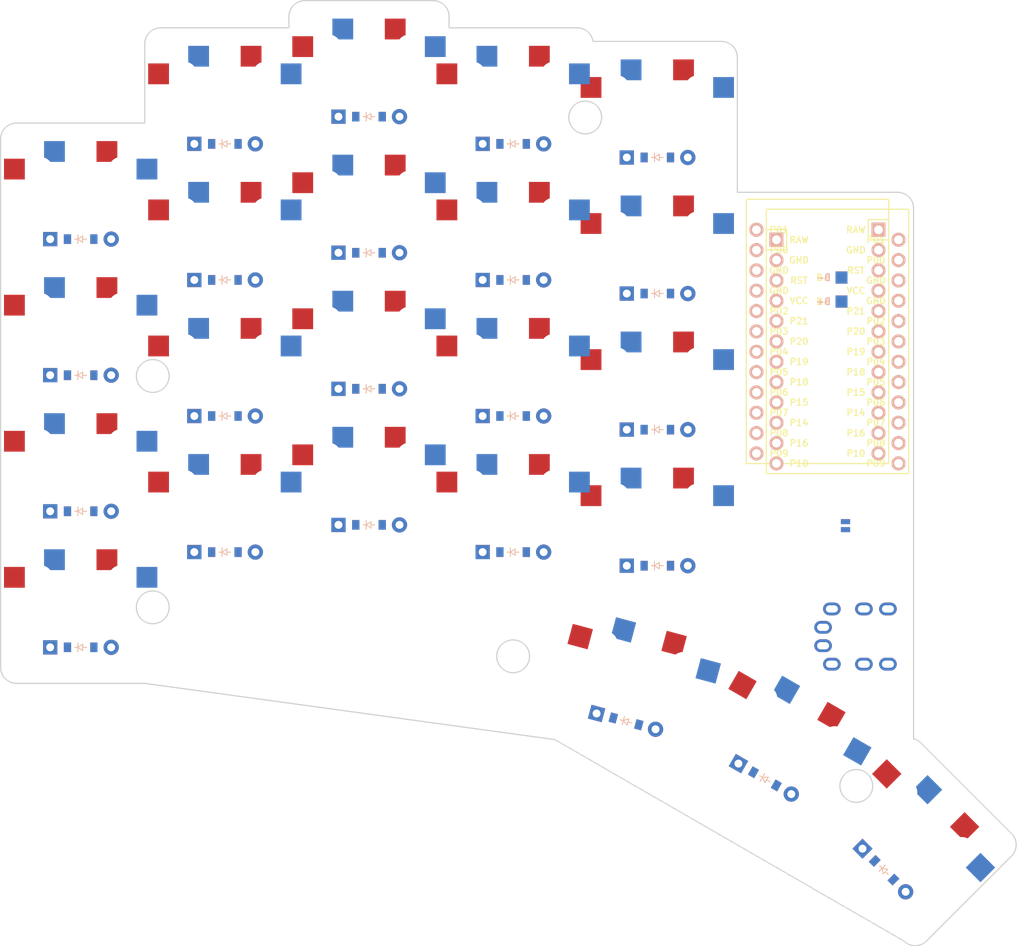
<source format=kicad_pcb>

            
(kicad_pcb (version 20171130) (host pcbnew 5.1.6)

  (page A3)
  (title_block
    (title board)
    (rev 0.3)
    (company soundmonster)
  )

  (general
    (thickness 1.6)
  )

  (layers
    (0 F.Cu signal)
    (31 B.Cu signal)
    (32 B.Adhes user)
    (33 F.Adhes user)
    (34 B.Paste user)
    (35 F.Paste user)
    (36 B.SilkS user)
    (37 F.SilkS user)
    (38 B.Mask user)
    (39 F.Mask user)
    (40 Dwgs.User user)
    (41 Cmts.User user)
    (42 Eco1.User user)
    (43 Eco2.User user)
    (44 Edge.Cuts user)
    (45 Margin user)
    (46 B.CrtYd user)
    (47 F.CrtYd user)
    (48 B.Fab user)
    (49 F.Fab user)
  )

  (setup
    (last_trace_width 0.25)
    (trace_clearance 0.2)
    (zone_clearance 0.508)
    (zone_45_only no)
    (trace_min 0.2)
    (via_size 0.8)
    (via_drill 0.4)
    (via_min_size 0.4)
    (via_min_drill 0.3)
    (uvia_size 0.3)
    (uvia_drill 0.1)
    (uvias_allowed no)
    (uvia_min_size 0.2)
    (uvia_min_drill 0.1)
    (edge_width 0.05)
    (segment_width 0.2)
    (pcb_text_width 0.3)
    (pcb_text_size 1.5 1.5)
    (mod_edge_width 0.12)
    (mod_text_size 1 1)
    (mod_text_width 0.15)
    (pad_size 1.524 1.524)
    (pad_drill 0.762)
    (pad_to_mask_clearance 0.05)
    (aux_axis_origin 0 0)
    (visible_elements FFFFFF7F)
    (pcbplotparams
      (layerselection 0x010fc_ffffffff)
      (usegerberextensions false)
      (usegerberattributes true)
      (usegerberadvancedattributes true)
      (creategerberjobfile true)
      (excludeedgelayer true)
      (linewidth 0.100000)
      (plotframeref false)
      (viasonmask false)
      (mode 1)
      (useauxorigin false)
      (hpglpennumber 1)
      (hpglpenspeed 20)
      (hpglpendiameter 15.000000)
      (psnegative false)
      (psa4output false)
      (plotreference true)
      (plotvalue true)
      (plotinvisibletext false)
      (padsonsilk false)
      (subtractmaskfromsilk false)
      (outputformat 1)
      (mirror false)
      (drillshape 1)
      (scaleselection 1)
      (outputdirectory ""))
  )

            (net 0 "")
(net 1 "pinky_bottom")
(net 2 "col_pinky")
(net 3 "pinky_home")
(net 4 "pinky_top")
(net 5 "pinky_extra")
(net 6 "ring_bottom")
(net 7 "col_ring")
(net 8 "ring_home")
(net 9 "ring_top")
(net 10 "ring_extra")
(net 11 "middle_bottom")
(net 12 "col_middle")
(net 13 "middle_home")
(net 14 "middle_top")
(net 15 "middle_extra")
(net 16 "index_bottom")
(net 17 "col_index")
(net 18 "index_home")
(net 19 "index_top")
(net 20 "index_extra")
(net 21 "inner_bottom")
(net 22 "col_inner")
(net 23 "inner_home")
(net 24 "inner_top")
(net 25 "inner_extra")
(net 26 "near_thumb")
(net 27 "home_thumb")
(net 28 "far_thumb")
(net 29 "row_bottom")
(net 30 "row_home")
(net 31 "row_top")
(net 32 "row_extra")
(net 33 "row_thumb")
(net 34 "RAW")
(net 35 "GND")
(net 36 "RST")
(net 37 "VCC")
(net 38 "P21")
(net 39 "P16")
(net 40 "P10")
(net 41 "P1")
(net 42 "P0")
(net 43 "P2")
(net 44 "P3")
(net 45 "P8")
(net 46 "P9")
(net 47 "P20")
(net 48 "P19")
(net 49 "P18")
(net 50 "P15")
(net 51 "P14")
(net 52 "P4")
(net 53 "P5")
(net 54 "P6")
(net 55 "P7")
(net 56 "Bplus")
            
  (net_class Default "This is the default net class."
    (clearance 0.2)
    (trace_width 0.25)
    (via_dia 0.8)
    (via_drill 0.4)
    (uvia_dia 0.3)
    (uvia_drill 0.1)
    (add_net "")
(add_net "pinky_bottom")
(add_net "col_pinky")
(add_net "pinky_home")
(add_net "pinky_top")
(add_net "pinky_extra")
(add_net "ring_bottom")
(add_net "col_ring")
(add_net "ring_home")
(add_net "ring_top")
(add_net "ring_extra")
(add_net "middle_bottom")
(add_net "col_middle")
(add_net "middle_home")
(add_net "middle_top")
(add_net "middle_extra")
(add_net "index_bottom")
(add_net "col_index")
(add_net "index_home")
(add_net "index_top")
(add_net "index_extra")
(add_net "inner_bottom")
(add_net "col_inner")
(add_net "inner_home")
(add_net "inner_top")
(add_net "inner_extra")
(add_net "near_thumb")
(add_net "home_thumb")
(add_net "far_thumb")
(add_net "row_bottom")
(add_net "row_home")
(add_net "row_top")
(add_net "row_extra")
(add_net "row_thumb")
(add_net "RAW")
(add_net "GND")
(add_net "RST")
(add_net "VCC")
(add_net "P21")
(add_net "P16")
(add_net "P10")
(add_net "P1")
(add_net "P0")
(add_net "P2")
(add_net "P3")
(add_net "P8")
(add_net "P9")
(add_net "P20")
(add_net "P19")
(add_net "P18")
(add_net "P15")
(add_net "P14")
(add_net "P4")
(add_net "P5")
(add_net "P6")
(add_net "P7")
(add_net "Bplus")
  )

            
        
      (module PG1350 (layer F.Cu) (tedit 5DD50112)
      (at 0 0 0)

      
      (fp_text reference "S1" (at 0 0) (layer F.SilkS) hide (effects (font (size 1.27 1.27) (thickness 0.15))))
      (fp_text value "" (at 0 0) (layer F.SilkS) hide (effects (font (size 1.27 1.27) (thickness 0.15))))

      
      (fp_line (start -7 -6) (end -7 -7) (layer Dwgs.User) (width 0.15))
      (fp_line (start -7 7) (end -6 7) (layer Dwgs.User) (width 0.15))
      (fp_line (start -6 -7) (end -7 -7) (layer Dwgs.User) (width 0.15))
      (fp_line (start -7 7) (end -7 6) (layer Dwgs.User) (width 0.15))
      (fp_line (start 7 6) (end 7 7) (layer Dwgs.User) (width 0.15))
      (fp_line (start 7 -7) (end 6 -7) (layer Dwgs.User) (width 0.15))
      (fp_line (start 6 7) (end 7 7) (layer Dwgs.User) (width 0.15))
      (fp_line (start 7 -7) (end 7 -6) (layer Dwgs.User) (width 0.15))      
      
      
      (pad "" np_thru_hole circle (at 0 0) (size 3.429 3.429) (drill 3.429) (layers *.Cu *.Mask))
        
      
      (pad "" np_thru_hole circle (at 5.5 0) (size 1.7018 1.7018) (drill 1.7018) (layers *.Cu *.Mask))
      (pad "" np_thru_hole circle (at -5.5 0) (size 1.7018 1.7018) (drill 1.7018) (layers *.Cu *.Mask))
      
        
      
      (fp_line (start -9 -8.5) (end 9 -8.5) (layer Dwgs.User) (width 0.15))
      (fp_line (start 9 -8.5) (end 9 8.5) (layer Dwgs.User) (width 0.15))
      (fp_line (start 9 8.5) (end -9 8.5) (layer Dwgs.User) (width 0.15))
      (fp_line (start -9 8.5) (end -9 -8.5) (layer Dwgs.User) (width 0.15))
      
        
          
          (pad "" np_thru_hole circle (at 5 -3.75) (size 3 3) (drill 3) (layers *.Cu *.Mask))
          (pad "" np_thru_hole circle (at 0 -5.95) (size 3 3) (drill 3) (layers *.Cu *.Mask))
      
          
          (pad 1 smd rect (at -3.275 -5.95 0) (size 2.6 2.6) (layers B.Cu B.Paste B.Mask)  (net 1 "pinky_bottom"))
          (pad 2 smd rect (at 8.275 -3.75 0) (size 2.6 2.6) (layers B.Cu B.Paste B.Mask)  (net 2 "col_pinky"))
        
        
          
          (pad "" np_thru_hole circle (at -5 -3.75) (size 3 3) (drill 3) (layers *.Cu *.Mask))
          (pad "" np_thru_hole circle (at 0 -5.95) (size 3 3) (drill 3) (layers *.Cu *.Mask))
      
          
          (pad 1 smd rect (at 3.275 -5.95 0) (size 2.6 2.6) (layers F.Cu F.Paste F.Mask)  (net 1 "pinky_bottom"))
          (pad 2 smd rect (at -8.275 -3.75 0) (size 2.6 2.6) (layers F.Cu F.Paste F.Mask)  (net 2 "col_pinky"))
        )
        

        
      (module PG1350 (layer F.Cu) (tedit 5DD50112)
      (at 0 -17 0)

      
      (fp_text reference "S2" (at 0 0) (layer F.SilkS) hide (effects (font (size 1.27 1.27) (thickness 0.15))))
      (fp_text value "" (at 0 0) (layer F.SilkS) hide (effects (font (size 1.27 1.27) (thickness 0.15))))

      
      (fp_line (start -7 -6) (end -7 -7) (layer Dwgs.User) (width 0.15))
      (fp_line (start -7 7) (end -6 7) (layer Dwgs.User) (width 0.15))
      (fp_line (start -6 -7) (end -7 -7) (layer Dwgs.User) (width 0.15))
      (fp_line (start -7 7) (end -7 6) (layer Dwgs.User) (width 0.15))
      (fp_line (start 7 6) (end 7 7) (layer Dwgs.User) (width 0.15))
      (fp_line (start 7 -7) (end 6 -7) (layer Dwgs.User) (width 0.15))
      (fp_line (start 6 7) (end 7 7) (layer Dwgs.User) (width 0.15))
      (fp_line (start 7 -7) (end 7 -6) (layer Dwgs.User) (width 0.15))      
      
      
      (pad "" np_thru_hole circle (at 0 0) (size 3.429 3.429) (drill 3.429) (layers *.Cu *.Mask))
        
      
      (pad "" np_thru_hole circle (at 5.5 0) (size 1.7018 1.7018) (drill 1.7018) (layers *.Cu *.Mask))
      (pad "" np_thru_hole circle (at -5.5 0) (size 1.7018 1.7018) (drill 1.7018) (layers *.Cu *.Mask))
      
        
      
      (fp_line (start -9 -8.5) (end 9 -8.5) (layer Dwgs.User) (width 0.15))
      (fp_line (start 9 -8.5) (end 9 8.5) (layer Dwgs.User) (width 0.15))
      (fp_line (start 9 8.5) (end -9 8.5) (layer Dwgs.User) (width 0.15))
      (fp_line (start -9 8.5) (end -9 -8.5) (layer Dwgs.User) (width 0.15))
      
        
          
          (pad "" np_thru_hole circle (at 5 -3.75) (size 3 3) (drill 3) (layers *.Cu *.Mask))
          (pad "" np_thru_hole circle (at 0 -5.95) (size 3 3) (drill 3) (layers *.Cu *.Mask))
      
          
          (pad 1 smd rect (at -3.275 -5.95 0) (size 2.6 2.6) (layers B.Cu B.Paste B.Mask)  (net 3 "pinky_home"))
          (pad 2 smd rect (at 8.275 -3.75 0) (size 2.6 2.6) (layers B.Cu B.Paste B.Mask)  (net 2 "col_pinky"))
        
        
          
          (pad "" np_thru_hole circle (at -5 -3.75) (size 3 3) (drill 3) (layers *.Cu *.Mask))
          (pad "" np_thru_hole circle (at 0 -5.95) (size 3 3) (drill 3) (layers *.Cu *.Mask))
      
          
          (pad 1 smd rect (at 3.275 -5.95 0) (size 2.6 2.6) (layers F.Cu F.Paste F.Mask)  (net 3 "pinky_home"))
          (pad 2 smd rect (at -8.275 -3.75 0) (size 2.6 2.6) (layers F.Cu F.Paste F.Mask)  (net 2 "col_pinky"))
        )
        

        
      (module PG1350 (layer F.Cu) (tedit 5DD50112)
      (at 0 -34 0)

      
      (fp_text reference "S3" (at 0 0) (layer F.SilkS) hide (effects (font (size 1.27 1.27) (thickness 0.15))))
      (fp_text value "" (at 0 0) (layer F.SilkS) hide (effects (font (size 1.27 1.27) (thickness 0.15))))

      
      (fp_line (start -7 -6) (end -7 -7) (layer Dwgs.User) (width 0.15))
      (fp_line (start -7 7) (end -6 7) (layer Dwgs.User) (width 0.15))
      (fp_line (start -6 -7) (end -7 -7) (layer Dwgs.User) (width 0.15))
      (fp_line (start -7 7) (end -7 6) (layer Dwgs.User) (width 0.15))
      (fp_line (start 7 6) (end 7 7) (layer Dwgs.User) (width 0.15))
      (fp_line (start 7 -7) (end 6 -7) (layer Dwgs.User) (width 0.15))
      (fp_line (start 6 7) (end 7 7) (layer Dwgs.User) (width 0.15))
      (fp_line (start 7 -7) (end 7 -6) (layer Dwgs.User) (width 0.15))      
      
      
      (pad "" np_thru_hole circle (at 0 0) (size 3.429 3.429) (drill 3.429) (layers *.Cu *.Mask))
        
      
      (pad "" np_thru_hole circle (at 5.5 0) (size 1.7018 1.7018) (drill 1.7018) (layers *.Cu *.Mask))
      (pad "" np_thru_hole circle (at -5.5 0) (size 1.7018 1.7018) (drill 1.7018) (layers *.Cu *.Mask))
      
        
      
      (fp_line (start -9 -8.5) (end 9 -8.5) (layer Dwgs.User) (width 0.15))
      (fp_line (start 9 -8.5) (end 9 8.5) (layer Dwgs.User) (width 0.15))
      (fp_line (start 9 8.5) (end -9 8.5) (layer Dwgs.User) (width 0.15))
      (fp_line (start -9 8.5) (end -9 -8.5) (layer Dwgs.User) (width 0.15))
      
        
          
          (pad "" np_thru_hole circle (at 5 -3.75) (size 3 3) (drill 3) (layers *.Cu *.Mask))
          (pad "" np_thru_hole circle (at 0 -5.95) (size 3 3) (drill 3) (layers *.Cu *.Mask))
      
          
          (pad 1 smd rect (at -3.275 -5.95 0) (size 2.6 2.6) (layers B.Cu B.Paste B.Mask)  (net 4 "pinky_top"))
          (pad 2 smd rect (at 8.275 -3.75 0) (size 2.6 2.6) (layers B.Cu B.Paste B.Mask)  (net 2 "col_pinky"))
        
        
          
          (pad "" np_thru_hole circle (at -5 -3.75) (size 3 3) (drill 3) (layers *.Cu *.Mask))
          (pad "" np_thru_hole circle (at 0 -5.95) (size 3 3) (drill 3) (layers *.Cu *.Mask))
      
          
          (pad 1 smd rect (at 3.275 -5.95 0) (size 2.6 2.6) (layers F.Cu F.Paste F.Mask)  (net 4 "pinky_top"))
          (pad 2 smd rect (at -8.275 -3.75 0) (size 2.6 2.6) (layers F.Cu F.Paste F.Mask)  (net 2 "col_pinky"))
        )
        

        
      (module PG1350 (layer F.Cu) (tedit 5DD50112)
      (at 0 -51 0)

      
      (fp_text reference "S4" (at 0 0) (layer F.SilkS) hide (effects (font (size 1.27 1.27) (thickness 0.15))))
      (fp_text value "" (at 0 0) (layer F.SilkS) hide (effects (font (size 1.27 1.27) (thickness 0.15))))

      
      (fp_line (start -7 -6) (end -7 -7) (layer Dwgs.User) (width 0.15))
      (fp_line (start -7 7) (end -6 7) (layer Dwgs.User) (width 0.15))
      (fp_line (start -6 -7) (end -7 -7) (layer Dwgs.User) (width 0.15))
      (fp_line (start -7 7) (end -7 6) (layer Dwgs.User) (width 0.15))
      (fp_line (start 7 6) (end 7 7) (layer Dwgs.User) (width 0.15))
      (fp_line (start 7 -7) (end 6 -7) (layer Dwgs.User) (width 0.15))
      (fp_line (start 6 7) (end 7 7) (layer Dwgs.User) (width 0.15))
      (fp_line (start 7 -7) (end 7 -6) (layer Dwgs.User) (width 0.15))      
      
      
      (pad "" np_thru_hole circle (at 0 0) (size 3.429 3.429) (drill 3.429) (layers *.Cu *.Mask))
        
      
      (pad "" np_thru_hole circle (at 5.5 0) (size 1.7018 1.7018) (drill 1.7018) (layers *.Cu *.Mask))
      (pad "" np_thru_hole circle (at -5.5 0) (size 1.7018 1.7018) (drill 1.7018) (layers *.Cu *.Mask))
      
        
      
      (fp_line (start -9 -8.5) (end 9 -8.5) (layer Dwgs.User) (width 0.15))
      (fp_line (start 9 -8.5) (end 9 8.5) (layer Dwgs.User) (width 0.15))
      (fp_line (start 9 8.5) (end -9 8.5) (layer Dwgs.User) (width 0.15))
      (fp_line (start -9 8.5) (end -9 -8.5) (layer Dwgs.User) (width 0.15))
      
        
          
          (pad "" np_thru_hole circle (at 5 -3.75) (size 3 3) (drill 3) (layers *.Cu *.Mask))
          (pad "" np_thru_hole circle (at 0 -5.95) (size 3 3) (drill 3) (layers *.Cu *.Mask))
      
          
          (pad 1 smd rect (at -3.275 -5.95 0) (size 2.6 2.6) (layers B.Cu B.Paste B.Mask)  (net 5 "pinky_extra"))
          (pad 2 smd rect (at 8.275 -3.75 0) (size 2.6 2.6) (layers B.Cu B.Paste B.Mask)  (net 2 "col_pinky"))
        
        
          
          (pad "" np_thru_hole circle (at -5 -3.75) (size 3 3) (drill 3) (layers *.Cu *.Mask))
          (pad "" np_thru_hole circle (at 0 -5.95) (size 3 3) (drill 3) (layers *.Cu *.Mask))
      
          
          (pad 1 smd rect (at 3.275 -5.95 0) (size 2.6 2.6) (layers F.Cu F.Paste F.Mask)  (net 5 "pinky_extra"))
          (pad 2 smd rect (at -8.275 -3.75 0) (size 2.6 2.6) (layers F.Cu F.Paste F.Mask)  (net 2 "col_pinky"))
        )
        

        
      (module PG1350 (layer F.Cu) (tedit 5DD50112)
      (at 18 -11.9 0)

      
      (fp_text reference "S5" (at 0 0) (layer F.SilkS) hide (effects (font (size 1.27 1.27) (thickness 0.15))))
      (fp_text value "" (at 0 0) (layer F.SilkS) hide (effects (font (size 1.27 1.27) (thickness 0.15))))

      
      (fp_line (start -7 -6) (end -7 -7) (layer Dwgs.User) (width 0.15))
      (fp_line (start -7 7) (end -6 7) (layer Dwgs.User) (width 0.15))
      (fp_line (start -6 -7) (end -7 -7) (layer Dwgs.User) (width 0.15))
      (fp_line (start -7 7) (end -7 6) (layer Dwgs.User) (width 0.15))
      (fp_line (start 7 6) (end 7 7) (layer Dwgs.User) (width 0.15))
      (fp_line (start 7 -7) (end 6 -7) (layer Dwgs.User) (width 0.15))
      (fp_line (start 6 7) (end 7 7) (layer Dwgs.User) (width 0.15))
      (fp_line (start 7 -7) (end 7 -6) (layer Dwgs.User) (width 0.15))      
      
      
      (pad "" np_thru_hole circle (at 0 0) (size 3.429 3.429) (drill 3.429) (layers *.Cu *.Mask))
        
      
      (pad "" np_thru_hole circle (at 5.5 0) (size 1.7018 1.7018) (drill 1.7018) (layers *.Cu *.Mask))
      (pad "" np_thru_hole circle (at -5.5 0) (size 1.7018 1.7018) (drill 1.7018) (layers *.Cu *.Mask))
      
        
      
      (fp_line (start -9 -8.5) (end 9 -8.5) (layer Dwgs.User) (width 0.15))
      (fp_line (start 9 -8.5) (end 9 8.5) (layer Dwgs.User) (width 0.15))
      (fp_line (start 9 8.5) (end -9 8.5) (layer Dwgs.User) (width 0.15))
      (fp_line (start -9 8.5) (end -9 -8.5) (layer Dwgs.User) (width 0.15))
      
        
          
          (pad "" np_thru_hole circle (at 5 -3.75) (size 3 3) (drill 3) (layers *.Cu *.Mask))
          (pad "" np_thru_hole circle (at 0 -5.95) (size 3 3) (drill 3) (layers *.Cu *.Mask))
      
          
          (pad 1 smd rect (at -3.275 -5.95 0) (size 2.6 2.6) (layers B.Cu B.Paste B.Mask)  (net 6 "ring_bottom"))
          (pad 2 smd rect (at 8.275 -3.75 0) (size 2.6 2.6) (layers B.Cu B.Paste B.Mask)  (net 7 "col_ring"))
        
        
          
          (pad "" np_thru_hole circle (at -5 -3.75) (size 3 3) (drill 3) (layers *.Cu *.Mask))
          (pad "" np_thru_hole circle (at 0 -5.95) (size 3 3) (drill 3) (layers *.Cu *.Mask))
      
          
          (pad 1 smd rect (at 3.275 -5.95 0) (size 2.6 2.6) (layers F.Cu F.Paste F.Mask)  (net 6 "ring_bottom"))
          (pad 2 smd rect (at -8.275 -3.75 0) (size 2.6 2.6) (layers F.Cu F.Paste F.Mask)  (net 7 "col_ring"))
        )
        

        
      (module PG1350 (layer F.Cu) (tedit 5DD50112)
      (at 18 -28.9 0)

      
      (fp_text reference "S6" (at 0 0) (layer F.SilkS) hide (effects (font (size 1.27 1.27) (thickness 0.15))))
      (fp_text value "" (at 0 0) (layer F.SilkS) hide (effects (font (size 1.27 1.27) (thickness 0.15))))

      
      (fp_line (start -7 -6) (end -7 -7) (layer Dwgs.User) (width 0.15))
      (fp_line (start -7 7) (end -6 7) (layer Dwgs.User) (width 0.15))
      (fp_line (start -6 -7) (end -7 -7) (layer Dwgs.User) (width 0.15))
      (fp_line (start -7 7) (end -7 6) (layer Dwgs.User) (width 0.15))
      (fp_line (start 7 6) (end 7 7) (layer Dwgs.User) (width 0.15))
      (fp_line (start 7 -7) (end 6 -7) (layer Dwgs.User) (width 0.15))
      (fp_line (start 6 7) (end 7 7) (layer Dwgs.User) (width 0.15))
      (fp_line (start 7 -7) (end 7 -6) (layer Dwgs.User) (width 0.15))      
      
      
      (pad "" np_thru_hole circle (at 0 0) (size 3.429 3.429) (drill 3.429) (layers *.Cu *.Mask))
        
      
      (pad "" np_thru_hole circle (at 5.5 0) (size 1.7018 1.7018) (drill 1.7018) (layers *.Cu *.Mask))
      (pad "" np_thru_hole circle (at -5.5 0) (size 1.7018 1.7018) (drill 1.7018) (layers *.Cu *.Mask))
      
        
      
      (fp_line (start -9 -8.5) (end 9 -8.5) (layer Dwgs.User) (width 0.15))
      (fp_line (start 9 -8.5) (end 9 8.5) (layer Dwgs.User) (width 0.15))
      (fp_line (start 9 8.5) (end -9 8.5) (layer Dwgs.User) (width 0.15))
      (fp_line (start -9 8.5) (end -9 -8.5) (layer Dwgs.User) (width 0.15))
      
        
          
          (pad "" np_thru_hole circle (at 5 -3.75) (size 3 3) (drill 3) (layers *.Cu *.Mask))
          (pad "" np_thru_hole circle (at 0 -5.95) (size 3 3) (drill 3) (layers *.Cu *.Mask))
      
          
          (pad 1 smd rect (at -3.275 -5.95 0) (size 2.6 2.6) (layers B.Cu B.Paste B.Mask)  (net 8 "ring_home"))
          (pad 2 smd rect (at 8.275 -3.75 0) (size 2.6 2.6) (layers B.Cu B.Paste B.Mask)  (net 7 "col_ring"))
        
        
          
          (pad "" np_thru_hole circle (at -5 -3.75) (size 3 3) (drill 3) (layers *.Cu *.Mask))
          (pad "" np_thru_hole circle (at 0 -5.95) (size 3 3) (drill 3) (layers *.Cu *.Mask))
      
          
          (pad 1 smd rect (at 3.275 -5.95 0) (size 2.6 2.6) (layers F.Cu F.Paste F.Mask)  (net 8 "ring_home"))
          (pad 2 smd rect (at -8.275 -3.75 0) (size 2.6 2.6) (layers F.Cu F.Paste F.Mask)  (net 7 "col_ring"))
        )
        

        
      (module PG1350 (layer F.Cu) (tedit 5DD50112)
      (at 18 -45.9 0)

      
      (fp_text reference "S7" (at 0 0) (layer F.SilkS) hide (effects (font (size 1.27 1.27) (thickness 0.15))))
      (fp_text value "" (at 0 0) (layer F.SilkS) hide (effects (font (size 1.27 1.27) (thickness 0.15))))

      
      (fp_line (start -7 -6) (end -7 -7) (layer Dwgs.User) (width 0.15))
      (fp_line (start -7 7) (end -6 7) (layer Dwgs.User) (width 0.15))
      (fp_line (start -6 -7) (end -7 -7) (layer Dwgs.User) (width 0.15))
      (fp_line (start -7 7) (end -7 6) (layer Dwgs.User) (width 0.15))
      (fp_line (start 7 6) (end 7 7) (layer Dwgs.User) (width 0.15))
      (fp_line (start 7 -7) (end 6 -7) (layer Dwgs.User) (width 0.15))
      (fp_line (start 6 7) (end 7 7) (layer Dwgs.User) (width 0.15))
      (fp_line (start 7 -7) (end 7 -6) (layer Dwgs.User) (width 0.15))      
      
      
      (pad "" np_thru_hole circle (at 0 0) (size 3.429 3.429) (drill 3.429) (layers *.Cu *.Mask))
        
      
      (pad "" np_thru_hole circle (at 5.5 0) (size 1.7018 1.7018) (drill 1.7018) (layers *.Cu *.Mask))
      (pad "" np_thru_hole circle (at -5.5 0) (size 1.7018 1.7018) (drill 1.7018) (layers *.Cu *.Mask))
      
        
      
      (fp_line (start -9 -8.5) (end 9 -8.5) (layer Dwgs.User) (width 0.15))
      (fp_line (start 9 -8.5) (end 9 8.5) (layer Dwgs.User) (width 0.15))
      (fp_line (start 9 8.5) (end -9 8.5) (layer Dwgs.User) (width 0.15))
      (fp_line (start -9 8.5) (end -9 -8.5) (layer Dwgs.User) (width 0.15))
      
        
          
          (pad "" np_thru_hole circle (at 5 -3.75) (size 3 3) (drill 3) (layers *.Cu *.Mask))
          (pad "" np_thru_hole circle (at 0 -5.95) (size 3 3) (drill 3) (layers *.Cu *.Mask))
      
          
          (pad 1 smd rect (at -3.275 -5.95 0) (size 2.6 2.6) (layers B.Cu B.Paste B.Mask)  (net 9 "ring_top"))
          (pad 2 smd rect (at 8.275 -3.75 0) (size 2.6 2.6) (layers B.Cu B.Paste B.Mask)  (net 7 "col_ring"))
        
        
          
          (pad "" np_thru_hole circle (at -5 -3.75) (size 3 3) (drill 3) (layers *.Cu *.Mask))
          (pad "" np_thru_hole circle (at 0 -5.95) (size 3 3) (drill 3) (layers *.Cu *.Mask))
      
          
          (pad 1 smd rect (at 3.275 -5.95 0) (size 2.6 2.6) (layers F.Cu F.Paste F.Mask)  (net 9 "ring_top"))
          (pad 2 smd rect (at -8.275 -3.75 0) (size 2.6 2.6) (layers F.Cu F.Paste F.Mask)  (net 7 "col_ring"))
        )
        

        
      (module PG1350 (layer F.Cu) (tedit 5DD50112)
      (at 18 -62.9 0)

      
      (fp_text reference "S8" (at 0 0) (layer F.SilkS) hide (effects (font (size 1.27 1.27) (thickness 0.15))))
      (fp_text value "" (at 0 0) (layer F.SilkS) hide (effects (font (size 1.27 1.27) (thickness 0.15))))

      
      (fp_line (start -7 -6) (end -7 -7) (layer Dwgs.User) (width 0.15))
      (fp_line (start -7 7) (end -6 7) (layer Dwgs.User) (width 0.15))
      (fp_line (start -6 -7) (end -7 -7) (layer Dwgs.User) (width 0.15))
      (fp_line (start -7 7) (end -7 6) (layer Dwgs.User) (width 0.15))
      (fp_line (start 7 6) (end 7 7) (layer Dwgs.User) (width 0.15))
      (fp_line (start 7 -7) (end 6 -7) (layer Dwgs.User) (width 0.15))
      (fp_line (start 6 7) (end 7 7) (layer Dwgs.User) (width 0.15))
      (fp_line (start 7 -7) (end 7 -6) (layer Dwgs.User) (width 0.15))      
      
      
      (pad "" np_thru_hole circle (at 0 0) (size 3.429 3.429) (drill 3.429) (layers *.Cu *.Mask))
        
      
      (pad "" np_thru_hole circle (at 5.5 0) (size 1.7018 1.7018) (drill 1.7018) (layers *.Cu *.Mask))
      (pad "" np_thru_hole circle (at -5.5 0) (size 1.7018 1.7018) (drill 1.7018) (layers *.Cu *.Mask))
      
        
      
      (fp_line (start -9 -8.5) (end 9 -8.5) (layer Dwgs.User) (width 0.15))
      (fp_line (start 9 -8.5) (end 9 8.5) (layer Dwgs.User) (width 0.15))
      (fp_line (start 9 8.5) (end -9 8.5) (layer Dwgs.User) (width 0.15))
      (fp_line (start -9 8.5) (end -9 -8.5) (layer Dwgs.User) (width 0.15))
      
        
          
          (pad "" np_thru_hole circle (at 5 -3.75) (size 3 3) (drill 3) (layers *.Cu *.Mask))
          (pad "" np_thru_hole circle (at 0 -5.95) (size 3 3) (drill 3) (layers *.Cu *.Mask))
      
          
          (pad 1 smd rect (at -3.275 -5.95 0) (size 2.6 2.6) (layers B.Cu B.Paste B.Mask)  (net 10 "ring_extra"))
          (pad 2 smd rect (at 8.275 -3.75 0) (size 2.6 2.6) (layers B.Cu B.Paste B.Mask)  (net 7 "col_ring"))
        
        
          
          (pad "" np_thru_hole circle (at -5 -3.75) (size 3 3) (drill 3) (layers *.Cu *.Mask))
          (pad "" np_thru_hole circle (at 0 -5.95) (size 3 3) (drill 3) (layers *.Cu *.Mask))
      
          
          (pad 1 smd rect (at 3.275 -5.95 0) (size 2.6 2.6) (layers F.Cu F.Paste F.Mask)  (net 10 "ring_extra"))
          (pad 2 smd rect (at -8.275 -3.75 0) (size 2.6 2.6) (layers F.Cu F.Paste F.Mask)  (net 7 "col_ring"))
        )
        

        
      (module PG1350 (layer F.Cu) (tedit 5DD50112)
      (at 36 -15.3 0)

      
      (fp_text reference "S9" (at 0 0) (layer F.SilkS) hide (effects (font (size 1.27 1.27) (thickness 0.15))))
      (fp_text value "" (at 0 0) (layer F.SilkS) hide (effects (font (size 1.27 1.27) (thickness 0.15))))

      
      (fp_line (start -7 -6) (end -7 -7) (layer Dwgs.User) (width 0.15))
      (fp_line (start -7 7) (end -6 7) (layer Dwgs.User) (width 0.15))
      (fp_line (start -6 -7) (end -7 -7) (layer Dwgs.User) (width 0.15))
      (fp_line (start -7 7) (end -7 6) (layer Dwgs.User) (width 0.15))
      (fp_line (start 7 6) (end 7 7) (layer Dwgs.User) (width 0.15))
      (fp_line (start 7 -7) (end 6 -7) (layer Dwgs.User) (width 0.15))
      (fp_line (start 6 7) (end 7 7) (layer Dwgs.User) (width 0.15))
      (fp_line (start 7 -7) (end 7 -6) (layer Dwgs.User) (width 0.15))      
      
      
      (pad "" np_thru_hole circle (at 0 0) (size 3.429 3.429) (drill 3.429) (layers *.Cu *.Mask))
        
      
      (pad "" np_thru_hole circle (at 5.5 0) (size 1.7018 1.7018) (drill 1.7018) (layers *.Cu *.Mask))
      (pad "" np_thru_hole circle (at -5.5 0) (size 1.7018 1.7018) (drill 1.7018) (layers *.Cu *.Mask))
      
        
      
      (fp_line (start -9 -8.5) (end 9 -8.5) (layer Dwgs.User) (width 0.15))
      (fp_line (start 9 -8.5) (end 9 8.5) (layer Dwgs.User) (width 0.15))
      (fp_line (start 9 8.5) (end -9 8.5) (layer Dwgs.User) (width 0.15))
      (fp_line (start -9 8.5) (end -9 -8.5) (layer Dwgs.User) (width 0.15))
      
        
          
          (pad "" np_thru_hole circle (at 5 -3.75) (size 3 3) (drill 3) (layers *.Cu *.Mask))
          (pad "" np_thru_hole circle (at 0 -5.95) (size 3 3) (drill 3) (layers *.Cu *.Mask))
      
          
          (pad 1 smd rect (at -3.275 -5.95 0) (size 2.6 2.6) (layers B.Cu B.Paste B.Mask)  (net 11 "middle_bottom"))
          (pad 2 smd rect (at 8.275 -3.75 0) (size 2.6 2.6) (layers B.Cu B.Paste B.Mask)  (net 12 "col_middle"))
        
        
          
          (pad "" np_thru_hole circle (at -5 -3.75) (size 3 3) (drill 3) (layers *.Cu *.Mask))
          (pad "" np_thru_hole circle (at 0 -5.95) (size 3 3) (drill 3) (layers *.Cu *.Mask))
      
          
          (pad 1 smd rect (at 3.275 -5.95 0) (size 2.6 2.6) (layers F.Cu F.Paste F.Mask)  (net 11 "middle_bottom"))
          (pad 2 smd rect (at -8.275 -3.75 0) (size 2.6 2.6) (layers F.Cu F.Paste F.Mask)  (net 12 "col_middle"))
        )
        

        
      (module PG1350 (layer F.Cu) (tedit 5DD50112)
      (at 36 -32.3 0)

      
      (fp_text reference "S10" (at 0 0) (layer F.SilkS) hide (effects (font (size 1.27 1.27) (thickness 0.15))))
      (fp_text value "" (at 0 0) (layer F.SilkS) hide (effects (font (size 1.27 1.27) (thickness 0.15))))

      
      (fp_line (start -7 -6) (end -7 -7) (layer Dwgs.User) (width 0.15))
      (fp_line (start -7 7) (end -6 7) (layer Dwgs.User) (width 0.15))
      (fp_line (start -6 -7) (end -7 -7) (layer Dwgs.User) (width 0.15))
      (fp_line (start -7 7) (end -7 6) (layer Dwgs.User) (width 0.15))
      (fp_line (start 7 6) (end 7 7) (layer Dwgs.User) (width 0.15))
      (fp_line (start 7 -7) (end 6 -7) (layer Dwgs.User) (width 0.15))
      (fp_line (start 6 7) (end 7 7) (layer Dwgs.User) (width 0.15))
      (fp_line (start 7 -7) (end 7 -6) (layer Dwgs.User) (width 0.15))      
      
      
      (pad "" np_thru_hole circle (at 0 0) (size 3.429 3.429) (drill 3.429) (layers *.Cu *.Mask))
        
      
      (pad "" np_thru_hole circle (at 5.5 0) (size 1.7018 1.7018) (drill 1.7018) (layers *.Cu *.Mask))
      (pad "" np_thru_hole circle (at -5.5 0) (size 1.7018 1.7018) (drill 1.7018) (layers *.Cu *.Mask))
      
        
      
      (fp_line (start -9 -8.5) (end 9 -8.5) (layer Dwgs.User) (width 0.15))
      (fp_line (start 9 -8.5) (end 9 8.5) (layer Dwgs.User) (width 0.15))
      (fp_line (start 9 8.5) (end -9 8.5) (layer Dwgs.User) (width 0.15))
      (fp_line (start -9 8.5) (end -9 -8.5) (layer Dwgs.User) (width 0.15))
      
        
          
          (pad "" np_thru_hole circle (at 5 -3.75) (size 3 3) (drill 3) (layers *.Cu *.Mask))
          (pad "" np_thru_hole circle (at 0 -5.95) (size 3 3) (drill 3) (layers *.Cu *.Mask))
      
          
          (pad 1 smd rect (at -3.275 -5.95 0) (size 2.6 2.6) (layers B.Cu B.Paste B.Mask)  (net 13 "middle_home"))
          (pad 2 smd rect (at 8.275 -3.75 0) (size 2.6 2.6) (layers B.Cu B.Paste B.Mask)  (net 12 "col_middle"))
        
        
          
          (pad "" np_thru_hole circle (at -5 -3.75) (size 3 3) (drill 3) (layers *.Cu *.Mask))
          (pad "" np_thru_hole circle (at 0 -5.95) (size 3 3) (drill 3) (layers *.Cu *.Mask))
      
          
          (pad 1 smd rect (at 3.275 -5.95 0) (size 2.6 2.6) (layers F.Cu F.Paste F.Mask)  (net 13 "middle_home"))
          (pad 2 smd rect (at -8.275 -3.75 0) (size 2.6 2.6) (layers F.Cu F.Paste F.Mask)  (net 12 "col_middle"))
        )
        

        
      (module PG1350 (layer F.Cu) (tedit 5DD50112)
      (at 36 -49.3 0)

      
      (fp_text reference "S11" (at 0 0) (layer F.SilkS) hide (effects (font (size 1.27 1.27) (thickness 0.15))))
      (fp_text value "" (at 0 0) (layer F.SilkS) hide (effects (font (size 1.27 1.27) (thickness 0.15))))

      
      (fp_line (start -7 -6) (end -7 -7) (layer Dwgs.User) (width 0.15))
      (fp_line (start -7 7) (end -6 7) (layer Dwgs.User) (width 0.15))
      (fp_line (start -6 -7) (end -7 -7) (layer Dwgs.User) (width 0.15))
      (fp_line (start -7 7) (end -7 6) (layer Dwgs.User) (width 0.15))
      (fp_line (start 7 6) (end 7 7) (layer Dwgs.User) (width 0.15))
      (fp_line (start 7 -7) (end 6 -7) (layer Dwgs.User) (width 0.15))
      (fp_line (start 6 7) (end 7 7) (layer Dwgs.User) (width 0.15))
      (fp_line (start 7 -7) (end 7 -6) (layer Dwgs.User) (width 0.15))      
      
      
      (pad "" np_thru_hole circle (at 0 0) (size 3.429 3.429) (drill 3.429) (layers *.Cu *.Mask))
        
      
      (pad "" np_thru_hole circle (at 5.5 0) (size 1.7018 1.7018) (drill 1.7018) (layers *.Cu *.Mask))
      (pad "" np_thru_hole circle (at -5.5 0) (size 1.7018 1.7018) (drill 1.7018) (layers *.Cu *.Mask))
      
        
      
      (fp_line (start -9 -8.5) (end 9 -8.5) (layer Dwgs.User) (width 0.15))
      (fp_line (start 9 -8.5) (end 9 8.5) (layer Dwgs.User) (width 0.15))
      (fp_line (start 9 8.5) (end -9 8.5) (layer Dwgs.User) (width 0.15))
      (fp_line (start -9 8.5) (end -9 -8.5) (layer Dwgs.User) (width 0.15))
      
        
          
          (pad "" np_thru_hole circle (at 5 -3.75) (size 3 3) (drill 3) (layers *.Cu *.Mask))
          (pad "" np_thru_hole circle (at 0 -5.95) (size 3 3) (drill 3) (layers *.Cu *.Mask))
      
          
          (pad 1 smd rect (at -3.275 -5.95 0) (size 2.6 2.6) (layers B.Cu B.Paste B.Mask)  (net 14 "middle_top"))
          (pad 2 smd rect (at 8.275 -3.75 0) (size 2.6 2.6) (layers B.Cu B.Paste B.Mask)  (net 12 "col_middle"))
        
        
          
          (pad "" np_thru_hole circle (at -5 -3.75) (size 3 3) (drill 3) (layers *.Cu *.Mask))
          (pad "" np_thru_hole circle (at 0 -5.95) (size 3 3) (drill 3) (layers *.Cu *.Mask))
      
          
          (pad 1 smd rect (at 3.275 -5.95 0) (size 2.6 2.6) (layers F.Cu F.Paste F.Mask)  (net 14 "middle_top"))
          (pad 2 smd rect (at -8.275 -3.75 0) (size 2.6 2.6) (layers F.Cu F.Paste F.Mask)  (net 12 "col_middle"))
        )
        

        
      (module PG1350 (layer F.Cu) (tedit 5DD50112)
      (at 36 -66.3 0)

      
      (fp_text reference "S12" (at 0 0) (layer F.SilkS) hide (effects (font (size 1.27 1.27) (thickness 0.15))))
      (fp_text value "" (at 0 0) (layer F.SilkS) hide (effects (font (size 1.27 1.27) (thickness 0.15))))

      
      (fp_line (start -7 -6) (end -7 -7) (layer Dwgs.User) (width 0.15))
      (fp_line (start -7 7) (end -6 7) (layer Dwgs.User) (width 0.15))
      (fp_line (start -6 -7) (end -7 -7) (layer Dwgs.User) (width 0.15))
      (fp_line (start -7 7) (end -7 6) (layer Dwgs.User) (width 0.15))
      (fp_line (start 7 6) (end 7 7) (layer Dwgs.User) (width 0.15))
      (fp_line (start 7 -7) (end 6 -7) (layer Dwgs.User) (width 0.15))
      (fp_line (start 6 7) (end 7 7) (layer Dwgs.User) (width 0.15))
      (fp_line (start 7 -7) (end 7 -6) (layer Dwgs.User) (width 0.15))      
      
      
      (pad "" np_thru_hole circle (at 0 0) (size 3.429 3.429) (drill 3.429) (layers *.Cu *.Mask))
        
      
      (pad "" np_thru_hole circle (at 5.5 0) (size 1.7018 1.7018) (drill 1.7018) (layers *.Cu *.Mask))
      (pad "" np_thru_hole circle (at -5.5 0) (size 1.7018 1.7018) (drill 1.7018) (layers *.Cu *.Mask))
      
        
      
      (fp_line (start -9 -8.5) (end 9 -8.5) (layer Dwgs.User) (width 0.15))
      (fp_line (start 9 -8.5) (end 9 8.5) (layer Dwgs.User) (width 0.15))
      (fp_line (start 9 8.5) (end -9 8.5) (layer Dwgs.User) (width 0.15))
      (fp_line (start -9 8.5) (end -9 -8.5) (layer Dwgs.User) (width 0.15))
      
        
          
          (pad "" np_thru_hole circle (at 5 -3.75) (size 3 3) (drill 3) (layers *.Cu *.Mask))
          (pad "" np_thru_hole circle (at 0 -5.95) (size 3 3) (drill 3) (layers *.Cu *.Mask))
      
          
          (pad 1 smd rect (at -3.275 -5.95 0) (size 2.6 2.6) (layers B.Cu B.Paste B.Mask)  (net 15 "middle_extra"))
          (pad 2 smd rect (at 8.275 -3.75 0) (size 2.6 2.6) (layers B.Cu B.Paste B.Mask)  (net 12 "col_middle"))
        
        
          
          (pad "" np_thru_hole circle (at -5 -3.75) (size 3 3) (drill 3) (layers *.Cu *.Mask))
          (pad "" np_thru_hole circle (at 0 -5.95) (size 3 3) (drill 3) (layers *.Cu *.Mask))
      
          
          (pad 1 smd rect (at 3.275 -5.95 0) (size 2.6 2.6) (layers F.Cu F.Paste F.Mask)  (net 15 "middle_extra"))
          (pad 2 smd rect (at -8.275 -3.75 0) (size 2.6 2.6) (layers F.Cu F.Paste F.Mask)  (net 12 "col_middle"))
        )
        

        
      (module PG1350 (layer F.Cu) (tedit 5DD50112)
      (at 54 -11.9 0)

      
      (fp_text reference "S13" (at 0 0) (layer F.SilkS) hide (effects (font (size 1.27 1.27) (thickness 0.15))))
      (fp_text value "" (at 0 0) (layer F.SilkS) hide (effects (font (size 1.27 1.27) (thickness 0.15))))

      
      (fp_line (start -7 -6) (end -7 -7) (layer Dwgs.User) (width 0.15))
      (fp_line (start -7 7) (end -6 7) (layer Dwgs.User) (width 0.15))
      (fp_line (start -6 -7) (end -7 -7) (layer Dwgs.User) (width 0.15))
      (fp_line (start -7 7) (end -7 6) (layer Dwgs.User) (width 0.15))
      (fp_line (start 7 6) (end 7 7) (layer Dwgs.User) (width 0.15))
      (fp_line (start 7 -7) (end 6 -7) (layer Dwgs.User) (width 0.15))
      (fp_line (start 6 7) (end 7 7) (layer Dwgs.User) (width 0.15))
      (fp_line (start 7 -7) (end 7 -6) (layer Dwgs.User) (width 0.15))      
      
      
      (pad "" np_thru_hole circle (at 0 0) (size 3.429 3.429) (drill 3.429) (layers *.Cu *.Mask))
        
      
      (pad "" np_thru_hole circle (at 5.5 0) (size 1.7018 1.7018) (drill 1.7018) (layers *.Cu *.Mask))
      (pad "" np_thru_hole circle (at -5.5 0) (size 1.7018 1.7018) (drill 1.7018) (layers *.Cu *.Mask))
      
        
      
      (fp_line (start -9 -8.5) (end 9 -8.5) (layer Dwgs.User) (width 0.15))
      (fp_line (start 9 -8.5) (end 9 8.5) (layer Dwgs.User) (width 0.15))
      (fp_line (start 9 8.5) (end -9 8.5) (layer Dwgs.User) (width 0.15))
      (fp_line (start -9 8.5) (end -9 -8.5) (layer Dwgs.User) (width 0.15))
      
        
          
          (pad "" np_thru_hole circle (at 5 -3.75) (size 3 3) (drill 3) (layers *.Cu *.Mask))
          (pad "" np_thru_hole circle (at 0 -5.95) (size 3 3) (drill 3) (layers *.Cu *.Mask))
      
          
          (pad 1 smd rect (at -3.275 -5.95 0) (size 2.6 2.6) (layers B.Cu B.Paste B.Mask)  (net 16 "index_bottom"))
          (pad 2 smd rect (at 8.275 -3.75 0) (size 2.6 2.6) (layers B.Cu B.Paste B.Mask)  (net 17 "col_index"))
        
        
          
          (pad "" np_thru_hole circle (at -5 -3.75) (size 3 3) (drill 3) (layers *.Cu *.Mask))
          (pad "" np_thru_hole circle (at 0 -5.95) (size 3 3) (drill 3) (layers *.Cu *.Mask))
      
          
          (pad 1 smd rect (at 3.275 -5.95 0) (size 2.6 2.6) (layers F.Cu F.Paste F.Mask)  (net 16 "index_bottom"))
          (pad 2 smd rect (at -8.275 -3.75 0) (size 2.6 2.6) (layers F.Cu F.Paste F.Mask)  (net 17 "col_index"))
        )
        

        
      (module PG1350 (layer F.Cu) (tedit 5DD50112)
      (at 54 -28.9 0)

      
      (fp_text reference "S14" (at 0 0) (layer F.SilkS) hide (effects (font (size 1.27 1.27) (thickness 0.15))))
      (fp_text value "" (at 0 0) (layer F.SilkS) hide (effects (font (size 1.27 1.27) (thickness 0.15))))

      
      (fp_line (start -7 -6) (end -7 -7) (layer Dwgs.User) (width 0.15))
      (fp_line (start -7 7) (end -6 7) (layer Dwgs.User) (width 0.15))
      (fp_line (start -6 -7) (end -7 -7) (layer Dwgs.User) (width 0.15))
      (fp_line (start -7 7) (end -7 6) (layer Dwgs.User) (width 0.15))
      (fp_line (start 7 6) (end 7 7) (layer Dwgs.User) (width 0.15))
      (fp_line (start 7 -7) (end 6 -7) (layer Dwgs.User) (width 0.15))
      (fp_line (start 6 7) (end 7 7) (layer Dwgs.User) (width 0.15))
      (fp_line (start 7 -7) (end 7 -6) (layer Dwgs.User) (width 0.15))      
      
      
      (pad "" np_thru_hole circle (at 0 0) (size 3.429 3.429) (drill 3.429) (layers *.Cu *.Mask))
        
      
      (pad "" np_thru_hole circle (at 5.5 0) (size 1.7018 1.7018) (drill 1.7018) (layers *.Cu *.Mask))
      (pad "" np_thru_hole circle (at -5.5 0) (size 1.7018 1.7018) (drill 1.7018) (layers *.Cu *.Mask))
      
        
      
      (fp_line (start -9 -8.5) (end 9 -8.5) (layer Dwgs.User) (width 0.15))
      (fp_line (start 9 -8.5) (end 9 8.5) (layer Dwgs.User) (width 0.15))
      (fp_line (start 9 8.5) (end -9 8.5) (layer Dwgs.User) (width 0.15))
      (fp_line (start -9 8.5) (end -9 -8.5) (layer Dwgs.User) (width 0.15))
      
        
          
          (pad "" np_thru_hole circle (at 5 -3.75) (size 3 3) (drill 3) (layers *.Cu *.Mask))
          (pad "" np_thru_hole circle (at 0 -5.95) (size 3 3) (drill 3) (layers *.Cu *.Mask))
      
          
          (pad 1 smd rect (at -3.275 -5.95 0) (size 2.6 2.6) (layers B.Cu B.Paste B.Mask)  (net 18 "index_home"))
          (pad 2 smd rect (at 8.275 -3.75 0) (size 2.6 2.6) (layers B.Cu B.Paste B.Mask)  (net 17 "col_index"))
        
        
          
          (pad "" np_thru_hole circle (at -5 -3.75) (size 3 3) (drill 3) (layers *.Cu *.Mask))
          (pad "" np_thru_hole circle (at 0 -5.95) (size 3 3) (drill 3) (layers *.Cu *.Mask))
      
          
          (pad 1 smd rect (at 3.275 -5.95 0) (size 2.6 2.6) (layers F.Cu F.Paste F.Mask)  (net 18 "index_home"))
          (pad 2 smd rect (at -8.275 -3.75 0) (size 2.6 2.6) (layers F.Cu F.Paste F.Mask)  (net 17 "col_index"))
        )
        

        
      (module PG1350 (layer F.Cu) (tedit 5DD50112)
      (at 54 -45.9 0)

      
      (fp_text reference "S15" (at 0 0) (layer F.SilkS) hide (effects (font (size 1.27 1.27) (thickness 0.15))))
      (fp_text value "" (at 0 0) (layer F.SilkS) hide (effects (font (size 1.27 1.27) (thickness 0.15))))

      
      (fp_line (start -7 -6) (end -7 -7) (layer Dwgs.User) (width 0.15))
      (fp_line (start -7 7) (end -6 7) (layer Dwgs.User) (width 0.15))
      (fp_line (start -6 -7) (end -7 -7) (layer Dwgs.User) (width 0.15))
      (fp_line (start -7 7) (end -7 6) (layer Dwgs.User) (width 0.15))
      (fp_line (start 7 6) (end 7 7) (layer Dwgs.User) (width 0.15))
      (fp_line (start 7 -7) (end 6 -7) (layer Dwgs.User) (width 0.15))
      (fp_line (start 6 7) (end 7 7) (layer Dwgs.User) (width 0.15))
      (fp_line (start 7 -7) (end 7 -6) (layer Dwgs.User) (width 0.15))      
      
      
      (pad "" np_thru_hole circle (at 0 0) (size 3.429 3.429) (drill 3.429) (layers *.Cu *.Mask))
        
      
      (pad "" np_thru_hole circle (at 5.5 0) (size 1.7018 1.7018) (drill 1.7018) (layers *.Cu *.Mask))
      (pad "" np_thru_hole circle (at -5.5 0) (size 1.7018 1.7018) (drill 1.7018) (layers *.Cu *.Mask))
      
        
      
      (fp_line (start -9 -8.5) (end 9 -8.5) (layer Dwgs.User) (width 0.15))
      (fp_line (start 9 -8.5) (end 9 8.5) (layer Dwgs.User) (width 0.15))
      (fp_line (start 9 8.5) (end -9 8.5) (layer Dwgs.User) (width 0.15))
      (fp_line (start -9 8.5) (end -9 -8.5) (layer Dwgs.User) (width 0.15))
      
        
          
          (pad "" np_thru_hole circle (at 5 -3.75) (size 3 3) (drill 3) (layers *.Cu *.Mask))
          (pad "" np_thru_hole circle (at 0 -5.95) (size 3 3) (drill 3) (layers *.Cu *.Mask))
      
          
          (pad 1 smd rect (at -3.275 -5.95 0) (size 2.6 2.6) (layers B.Cu B.Paste B.Mask)  (net 19 "index_top"))
          (pad 2 smd rect (at 8.275 -3.75 0) (size 2.6 2.6) (layers B.Cu B.Paste B.Mask)  (net 17 "col_index"))
        
        
          
          (pad "" np_thru_hole circle (at -5 -3.75) (size 3 3) (drill 3) (layers *.Cu *.Mask))
          (pad "" np_thru_hole circle (at 0 -5.95) (size 3 3) (drill 3) (layers *.Cu *.Mask))
      
          
          (pad 1 smd rect (at 3.275 -5.95 0) (size 2.6 2.6) (layers F.Cu F.Paste F.Mask)  (net 19 "index_top"))
          (pad 2 smd rect (at -8.275 -3.75 0) (size 2.6 2.6) (layers F.Cu F.Paste F.Mask)  (net 17 "col_index"))
        )
        

        
      (module PG1350 (layer F.Cu) (tedit 5DD50112)
      (at 54 -62.9 0)

      
      (fp_text reference "S16" (at 0 0) (layer F.SilkS) hide (effects (font (size 1.27 1.27) (thickness 0.15))))
      (fp_text value "" (at 0 0) (layer F.SilkS) hide (effects (font (size 1.27 1.27) (thickness 0.15))))

      
      (fp_line (start -7 -6) (end -7 -7) (layer Dwgs.User) (width 0.15))
      (fp_line (start -7 7) (end -6 7) (layer Dwgs.User) (width 0.15))
      (fp_line (start -6 -7) (end -7 -7) (layer Dwgs.User) (width 0.15))
      (fp_line (start -7 7) (end -7 6) (layer Dwgs.User) (width 0.15))
      (fp_line (start 7 6) (end 7 7) (layer Dwgs.User) (width 0.15))
      (fp_line (start 7 -7) (end 6 -7) (layer Dwgs.User) (width 0.15))
      (fp_line (start 6 7) (end 7 7) (layer Dwgs.User) (width 0.15))
      (fp_line (start 7 -7) (end 7 -6) (layer Dwgs.User) (width 0.15))      
      
      
      (pad "" np_thru_hole circle (at 0 0) (size 3.429 3.429) (drill 3.429) (layers *.Cu *.Mask))
        
      
      (pad "" np_thru_hole circle (at 5.5 0) (size 1.7018 1.7018) (drill 1.7018) (layers *.Cu *.Mask))
      (pad "" np_thru_hole circle (at -5.5 0) (size 1.7018 1.7018) (drill 1.7018) (layers *.Cu *.Mask))
      
        
      
      (fp_line (start -9 -8.5) (end 9 -8.5) (layer Dwgs.User) (width 0.15))
      (fp_line (start 9 -8.5) (end 9 8.5) (layer Dwgs.User) (width 0.15))
      (fp_line (start 9 8.5) (end -9 8.5) (layer Dwgs.User) (width 0.15))
      (fp_line (start -9 8.5) (end -9 -8.5) (layer Dwgs.User) (width 0.15))
      
        
          
          (pad "" np_thru_hole circle (at 5 -3.75) (size 3 3) (drill 3) (layers *.Cu *.Mask))
          (pad "" np_thru_hole circle (at 0 -5.95) (size 3 3) (drill 3) (layers *.Cu *.Mask))
      
          
          (pad 1 smd rect (at -3.275 -5.95 0) (size 2.6 2.6) (layers B.Cu B.Paste B.Mask)  (net 20 "index_extra"))
          (pad 2 smd rect (at 8.275 -3.75 0) (size 2.6 2.6) (layers B.Cu B.Paste B.Mask)  (net 17 "col_index"))
        
        
          
          (pad "" np_thru_hole circle (at -5 -3.75) (size 3 3) (drill 3) (layers *.Cu *.Mask))
          (pad "" np_thru_hole circle (at 0 -5.95) (size 3 3) (drill 3) (layers *.Cu *.Mask))
      
          
          (pad 1 smd rect (at 3.275 -5.95 0) (size 2.6 2.6) (layers F.Cu F.Paste F.Mask)  (net 20 "index_extra"))
          (pad 2 smd rect (at -8.275 -3.75 0) (size 2.6 2.6) (layers F.Cu F.Paste F.Mask)  (net 17 "col_index"))
        )
        

        
      (module PG1350 (layer F.Cu) (tedit 5DD50112)
      (at 72 -10.2 0)

      
      (fp_text reference "S17" (at 0 0) (layer F.SilkS) hide (effects (font (size 1.27 1.27) (thickness 0.15))))
      (fp_text value "" (at 0 0) (layer F.SilkS) hide (effects (font (size 1.27 1.27) (thickness 0.15))))

      
      (fp_line (start -7 -6) (end -7 -7) (layer Dwgs.User) (width 0.15))
      (fp_line (start -7 7) (end -6 7) (layer Dwgs.User) (width 0.15))
      (fp_line (start -6 -7) (end -7 -7) (layer Dwgs.User) (width 0.15))
      (fp_line (start -7 7) (end -7 6) (layer Dwgs.User) (width 0.15))
      (fp_line (start 7 6) (end 7 7) (layer Dwgs.User) (width 0.15))
      (fp_line (start 7 -7) (end 6 -7) (layer Dwgs.User) (width 0.15))
      (fp_line (start 6 7) (end 7 7) (layer Dwgs.User) (width 0.15))
      (fp_line (start 7 -7) (end 7 -6) (layer Dwgs.User) (width 0.15))      
      
      
      (pad "" np_thru_hole circle (at 0 0) (size 3.429 3.429) (drill 3.429) (layers *.Cu *.Mask))
        
      
      (pad "" np_thru_hole circle (at 5.5 0) (size 1.7018 1.7018) (drill 1.7018) (layers *.Cu *.Mask))
      (pad "" np_thru_hole circle (at -5.5 0) (size 1.7018 1.7018) (drill 1.7018) (layers *.Cu *.Mask))
      
        
      
      (fp_line (start -9 -8.5) (end 9 -8.5) (layer Dwgs.User) (width 0.15))
      (fp_line (start 9 -8.5) (end 9 8.5) (layer Dwgs.User) (width 0.15))
      (fp_line (start 9 8.5) (end -9 8.5) (layer Dwgs.User) (width 0.15))
      (fp_line (start -9 8.5) (end -9 -8.5) (layer Dwgs.User) (width 0.15))
      
        
          
          (pad "" np_thru_hole circle (at 5 -3.75) (size 3 3) (drill 3) (layers *.Cu *.Mask))
          (pad "" np_thru_hole circle (at 0 -5.95) (size 3 3) (drill 3) (layers *.Cu *.Mask))
      
          
          (pad 1 smd rect (at -3.275 -5.95 0) (size 2.6 2.6) (layers B.Cu B.Paste B.Mask)  (net 21 "inner_bottom"))
          (pad 2 smd rect (at 8.275 -3.75 0) (size 2.6 2.6) (layers B.Cu B.Paste B.Mask)  (net 22 "col_inner"))
        
        
          
          (pad "" np_thru_hole circle (at -5 -3.75) (size 3 3) (drill 3) (layers *.Cu *.Mask))
          (pad "" np_thru_hole circle (at 0 -5.95) (size 3 3) (drill 3) (layers *.Cu *.Mask))
      
          
          (pad 1 smd rect (at 3.275 -5.95 0) (size 2.6 2.6) (layers F.Cu F.Paste F.Mask)  (net 21 "inner_bottom"))
          (pad 2 smd rect (at -8.275 -3.75 0) (size 2.6 2.6) (layers F.Cu F.Paste F.Mask)  (net 22 "col_inner"))
        )
        

        
      (module PG1350 (layer F.Cu) (tedit 5DD50112)
      (at 72 -27.2 0)

      
      (fp_text reference "S18" (at 0 0) (layer F.SilkS) hide (effects (font (size 1.27 1.27) (thickness 0.15))))
      (fp_text value "" (at 0 0) (layer F.SilkS) hide (effects (font (size 1.27 1.27) (thickness 0.15))))

      
      (fp_line (start -7 -6) (end -7 -7) (layer Dwgs.User) (width 0.15))
      (fp_line (start -7 7) (end -6 7) (layer Dwgs.User) (width 0.15))
      (fp_line (start -6 -7) (end -7 -7) (layer Dwgs.User) (width 0.15))
      (fp_line (start -7 7) (end -7 6) (layer Dwgs.User) (width 0.15))
      (fp_line (start 7 6) (end 7 7) (layer Dwgs.User) (width 0.15))
      (fp_line (start 7 -7) (end 6 -7) (layer Dwgs.User) (width 0.15))
      (fp_line (start 6 7) (end 7 7) (layer Dwgs.User) (width 0.15))
      (fp_line (start 7 -7) (end 7 -6) (layer Dwgs.User) (width 0.15))      
      
      
      (pad "" np_thru_hole circle (at 0 0) (size 3.429 3.429) (drill 3.429) (layers *.Cu *.Mask))
        
      
      (pad "" np_thru_hole circle (at 5.5 0) (size 1.7018 1.7018) (drill 1.7018) (layers *.Cu *.Mask))
      (pad "" np_thru_hole circle (at -5.5 0) (size 1.7018 1.7018) (drill 1.7018) (layers *.Cu *.Mask))
      
        
      
      (fp_line (start -9 -8.5) (end 9 -8.5) (layer Dwgs.User) (width 0.15))
      (fp_line (start 9 -8.5) (end 9 8.5) (layer Dwgs.User) (width 0.15))
      (fp_line (start 9 8.5) (end -9 8.5) (layer Dwgs.User) (width 0.15))
      (fp_line (start -9 8.5) (end -9 -8.5) (layer Dwgs.User) (width 0.15))
      
        
          
          (pad "" np_thru_hole circle (at 5 -3.75) (size 3 3) (drill 3) (layers *.Cu *.Mask))
          (pad "" np_thru_hole circle (at 0 -5.95) (size 3 3) (drill 3) (layers *.Cu *.Mask))
      
          
          (pad 1 smd rect (at -3.275 -5.95 0) (size 2.6 2.6) (layers B.Cu B.Paste B.Mask)  (net 23 "inner_home"))
          (pad 2 smd rect (at 8.275 -3.75 0) (size 2.6 2.6) (layers B.Cu B.Paste B.Mask)  (net 22 "col_inner"))
        
        
          
          (pad "" np_thru_hole circle (at -5 -3.75) (size 3 3) (drill 3) (layers *.Cu *.Mask))
          (pad "" np_thru_hole circle (at 0 -5.95) (size 3 3) (drill 3) (layers *.Cu *.Mask))
      
          
          (pad 1 smd rect (at 3.275 -5.95 0) (size 2.6 2.6) (layers F.Cu F.Paste F.Mask)  (net 23 "inner_home"))
          (pad 2 smd rect (at -8.275 -3.75 0) (size 2.6 2.6) (layers F.Cu F.Paste F.Mask)  (net 22 "col_inner"))
        )
        

        
      (module PG1350 (layer F.Cu) (tedit 5DD50112)
      (at 72 -44.2 0)

      
      (fp_text reference "S19" (at 0 0) (layer F.SilkS) hide (effects (font (size 1.27 1.27) (thickness 0.15))))
      (fp_text value "" (at 0 0) (layer F.SilkS) hide (effects (font (size 1.27 1.27) (thickness 0.15))))

      
      (fp_line (start -7 -6) (end -7 -7) (layer Dwgs.User) (width 0.15))
      (fp_line (start -7 7) (end -6 7) (layer Dwgs.User) (width 0.15))
      (fp_line (start -6 -7) (end -7 -7) (layer Dwgs.User) (width 0.15))
      (fp_line (start -7 7) (end -7 6) (layer Dwgs.User) (width 0.15))
      (fp_line (start 7 6) (end 7 7) (layer Dwgs.User) (width 0.15))
      (fp_line (start 7 -7) (end 6 -7) (layer Dwgs.User) (width 0.15))
      (fp_line (start 6 7) (end 7 7) (layer Dwgs.User) (width 0.15))
      (fp_line (start 7 -7) (end 7 -6) (layer Dwgs.User) (width 0.15))      
      
      
      (pad "" np_thru_hole circle (at 0 0) (size 3.429 3.429) (drill 3.429) (layers *.Cu *.Mask))
        
      
      (pad "" np_thru_hole circle (at 5.5 0) (size 1.7018 1.7018) (drill 1.7018) (layers *.Cu *.Mask))
      (pad "" np_thru_hole circle (at -5.5 0) (size 1.7018 1.7018) (drill 1.7018) (layers *.Cu *.Mask))
      
        
      
      (fp_line (start -9 -8.5) (end 9 -8.5) (layer Dwgs.User) (width 0.15))
      (fp_line (start 9 -8.5) (end 9 8.5) (layer Dwgs.User) (width 0.15))
      (fp_line (start 9 8.5) (end -9 8.5) (layer Dwgs.User) (width 0.15))
      (fp_line (start -9 8.5) (end -9 -8.5) (layer Dwgs.User) (width 0.15))
      
        
          
          (pad "" np_thru_hole circle (at 5 -3.75) (size 3 3) (drill 3) (layers *.Cu *.Mask))
          (pad "" np_thru_hole circle (at 0 -5.95) (size 3 3) (drill 3) (layers *.Cu *.Mask))
      
          
          (pad 1 smd rect (at -3.275 -5.95 0) (size 2.6 2.6) (layers B.Cu B.Paste B.Mask)  (net 24 "inner_top"))
          (pad 2 smd rect (at 8.275 -3.75 0) (size 2.6 2.6) (layers B.Cu B.Paste B.Mask)  (net 22 "col_inner"))
        
        
          
          (pad "" np_thru_hole circle (at -5 -3.75) (size 3 3) (drill 3) (layers *.Cu *.Mask))
          (pad "" np_thru_hole circle (at 0 -5.95) (size 3 3) (drill 3) (layers *.Cu *.Mask))
      
          
          (pad 1 smd rect (at 3.275 -5.95 0) (size 2.6 2.6) (layers F.Cu F.Paste F.Mask)  (net 24 "inner_top"))
          (pad 2 smd rect (at -8.275 -3.75 0) (size 2.6 2.6) (layers F.Cu F.Paste F.Mask)  (net 22 "col_inner"))
        )
        

        
      (module PG1350 (layer F.Cu) (tedit 5DD50112)
      (at 72 -61.2 0)

      
      (fp_text reference "S20" (at 0 0) (layer F.SilkS) hide (effects (font (size 1.27 1.27) (thickness 0.15))))
      (fp_text value "" (at 0 0) (layer F.SilkS) hide (effects (font (size 1.27 1.27) (thickness 0.15))))

      
      (fp_line (start -7 -6) (end -7 -7) (layer Dwgs.User) (width 0.15))
      (fp_line (start -7 7) (end -6 7) (layer Dwgs.User) (width 0.15))
      (fp_line (start -6 -7) (end -7 -7) (layer Dwgs.User) (width 0.15))
      (fp_line (start -7 7) (end -7 6) (layer Dwgs.User) (width 0.15))
      (fp_line (start 7 6) (end 7 7) (layer Dwgs.User) (width 0.15))
      (fp_line (start 7 -7) (end 6 -7) (layer Dwgs.User) (width 0.15))
      (fp_line (start 6 7) (end 7 7) (layer Dwgs.User) (width 0.15))
      (fp_line (start 7 -7) (end 7 -6) (layer Dwgs.User) (width 0.15))      
      
      
      (pad "" np_thru_hole circle (at 0 0) (size 3.429 3.429) (drill 3.429) (layers *.Cu *.Mask))
        
      
      (pad "" np_thru_hole circle (at 5.5 0) (size 1.7018 1.7018) (drill 1.7018) (layers *.Cu *.Mask))
      (pad "" np_thru_hole circle (at -5.5 0) (size 1.7018 1.7018) (drill 1.7018) (layers *.Cu *.Mask))
      
        
      
      (fp_line (start -9 -8.5) (end 9 -8.5) (layer Dwgs.User) (width 0.15))
      (fp_line (start 9 -8.5) (end 9 8.5) (layer Dwgs.User) (width 0.15))
      (fp_line (start 9 8.5) (end -9 8.5) (layer Dwgs.User) (width 0.15))
      (fp_line (start -9 8.5) (end -9 -8.5) (layer Dwgs.User) (width 0.15))
      
        
          
          (pad "" np_thru_hole circle (at 5 -3.75) (size 3 3) (drill 3) (layers *.Cu *.Mask))
          (pad "" np_thru_hole circle (at 0 -5.95) (size 3 3) (drill 3) (layers *.Cu *.Mask))
      
          
          (pad 1 smd rect (at -3.275 -5.95 0) (size 2.6 2.6) (layers B.Cu B.Paste B.Mask)  (net 25 "inner_extra"))
          (pad 2 smd rect (at 8.275 -3.75 0) (size 2.6 2.6) (layers B.Cu B.Paste B.Mask)  (net 22 "col_inner"))
        
        
          
          (pad "" np_thru_hole circle (at -5 -3.75) (size 3 3) (drill 3) (layers *.Cu *.Mask))
          (pad "" np_thru_hole circle (at 0 -5.95) (size 3 3) (drill 3) (layers *.Cu *.Mask))
      
          
          (pad 1 smd rect (at 3.275 -5.95 0) (size 2.6 2.6) (layers F.Cu F.Paste F.Mask)  (net 25 "inner_extra"))
          (pad 2 smd rect (at -8.275 -3.75 0) (size 2.6 2.6) (layers F.Cu F.Paste F.Mask)  (net 22 "col_inner"))
        )
        

        
      (module PG1350 (layer F.Cu) (tedit 5DD50112)
      (at 69.39329430000001 9.419001900000001 -15)

      
      (fp_text reference "S21" (at 0 0) (layer F.SilkS) hide (effects (font (size 1.27 1.27) (thickness 0.15))))
      (fp_text value "" (at 0 0) (layer F.SilkS) hide (effects (font (size 1.27 1.27) (thickness 0.15))))

      
      (fp_line (start -7 -6) (end -7 -7) (layer Dwgs.User) (width 0.15))
      (fp_line (start -7 7) (end -6 7) (layer Dwgs.User) (width 0.15))
      (fp_line (start -6 -7) (end -7 -7) (layer Dwgs.User) (width 0.15))
      (fp_line (start -7 7) (end -7 6) (layer Dwgs.User) (width 0.15))
      (fp_line (start 7 6) (end 7 7) (layer Dwgs.User) (width 0.15))
      (fp_line (start 7 -7) (end 6 -7) (layer Dwgs.User) (width 0.15))
      (fp_line (start 6 7) (end 7 7) (layer Dwgs.User) (width 0.15))
      (fp_line (start 7 -7) (end 7 -6) (layer Dwgs.User) (width 0.15))      
      
      
      (pad "" np_thru_hole circle (at 0 0) (size 3.429 3.429) (drill 3.429) (layers *.Cu *.Mask))
        
      
      (pad "" np_thru_hole circle (at 5.5 0) (size 1.7018 1.7018) (drill 1.7018) (layers *.Cu *.Mask))
      (pad "" np_thru_hole circle (at -5.5 0) (size 1.7018 1.7018) (drill 1.7018) (layers *.Cu *.Mask))
      
        
      
      (fp_line (start -9 -8.5) (end 9 -8.5) (layer Dwgs.User) (width 0.15))
      (fp_line (start 9 -8.5) (end 9 8.5) (layer Dwgs.User) (width 0.15))
      (fp_line (start 9 8.5) (end -9 8.5) (layer Dwgs.User) (width 0.15))
      (fp_line (start -9 8.5) (end -9 -8.5) (layer Dwgs.User) (width 0.15))
      
        
          
          (pad "" np_thru_hole circle (at 5 -3.75) (size 3 3) (drill 3) (layers *.Cu *.Mask))
          (pad "" np_thru_hole circle (at 0 -5.95) (size 3 3) (drill 3) (layers *.Cu *.Mask))
      
          
          (pad 1 smd rect (at -3.275 -5.95 -15) (size 2.6 2.6) (layers B.Cu B.Paste B.Mask)  (net 26 "near_thumb"))
          (pad 2 smd rect (at 8.275 -3.75 -15) (size 2.6 2.6) (layers B.Cu B.Paste B.Mask)  (net 12 "col_middle"))
        
        
          
          (pad "" np_thru_hole circle (at -5 -3.75) (size 3 3) (drill 3) (layers *.Cu *.Mask))
          (pad "" np_thru_hole circle (at 0 -5.95) (size 3 3) (drill 3) (layers *.Cu *.Mask))
      
          
          (pad 1 smd rect (at 3.275 -5.95 -15) (size 2.6 2.6) (layers F.Cu F.Paste F.Mask)  (net 26 "near_thumb"))
          (pad 2 smd rect (at -8.275 -3.75 -15) (size 2.6 2.6) (layers F.Cu F.Paste F.Mask)  (net 12 "col_middle"))
        )
        

        
      (module PG1350 (layer F.Cu) (tedit 5DD50112)
      (at 87.9308935 17.0975269 -30)

      
      (fp_text reference "S22" (at 0 0) (layer F.SilkS) hide (effects (font (size 1.27 1.27) (thickness 0.15))))
      (fp_text value "" (at 0 0) (layer F.SilkS) hide (effects (font (size 1.27 1.27) (thickness 0.15))))

      
      (fp_line (start -7 -6) (end -7 -7) (layer Dwgs.User) (width 0.15))
      (fp_line (start -7 7) (end -6 7) (layer Dwgs.User) (width 0.15))
      (fp_line (start -6 -7) (end -7 -7) (layer Dwgs.User) (width 0.15))
      (fp_line (start -7 7) (end -7 6) (layer Dwgs.User) (width 0.15))
      (fp_line (start 7 6) (end 7 7) (layer Dwgs.User) (width 0.15))
      (fp_line (start 7 -7) (end 6 -7) (layer Dwgs.User) (width 0.15))
      (fp_line (start 6 7) (end 7 7) (layer Dwgs.User) (width 0.15))
      (fp_line (start 7 -7) (end 7 -6) (layer Dwgs.User) (width 0.15))      
      
      
      (pad "" np_thru_hole circle (at 0 0) (size 3.429 3.429) (drill 3.429) (layers *.Cu *.Mask))
        
      
      (pad "" np_thru_hole circle (at 5.5 0) (size 1.7018 1.7018) (drill 1.7018) (layers *.Cu *.Mask))
      (pad "" np_thru_hole circle (at -5.5 0) (size 1.7018 1.7018) (drill 1.7018) (layers *.Cu *.Mask))
      
        
      
      (fp_line (start -9 -8.5) (end 9 -8.5) (layer Dwgs.User) (width 0.15))
      (fp_line (start 9 -8.5) (end 9 8.5) (layer Dwgs.User) (width 0.15))
      (fp_line (start 9 8.5) (end -9 8.5) (layer Dwgs.User) (width 0.15))
      (fp_line (start -9 8.5) (end -9 -8.5) (layer Dwgs.User) (width 0.15))
      
        
          
          (pad "" np_thru_hole circle (at 5 -3.75) (size 3 3) (drill 3) (layers *.Cu *.Mask))
          (pad "" np_thru_hole circle (at 0 -5.95) (size 3 3) (drill 3) (layers *.Cu *.Mask))
      
          
          (pad 1 smd rect (at -3.275 -5.95 -30) (size 2.6 2.6) (layers B.Cu B.Paste B.Mask)  (net 27 "home_thumb"))
          (pad 2 smd rect (at 8.275 -3.75 -30) (size 2.6 2.6) (layers B.Cu B.Paste B.Mask)  (net 17 "col_index"))
        
        
          
          (pad "" np_thru_hole circle (at -5 -3.75) (size 3 3) (drill 3) (layers *.Cu *.Mask))
          (pad "" np_thru_hole circle (at 0 -5.95) (size 3 3) (drill 3) (layers *.Cu *.Mask))
      
          
          (pad 1 smd rect (at 3.275 -5.95 -30) (size 2.6 2.6) (layers F.Cu F.Paste F.Mask)  (net 27 "home_thumb"))
          (pad 2 smd rect (at -8.275 -3.75 -30) (size 2.6 2.6) (layers F.Cu F.Paste F.Mask)  (net 17 "col_index"))
        )
        

        
      (module PG1350 (layer F.Cu) (tedit 5DD50112)
      (at 103.8494908 29.3122962 -45)

      
      (fp_text reference "S23" (at 0 0) (layer F.SilkS) hide (effects (font (size 1.27 1.27) (thickness 0.15))))
      (fp_text value "" (at 0 0) (layer F.SilkS) hide (effects (font (size 1.27 1.27) (thickness 0.15))))

      
      (fp_line (start -7 -6) (end -7 -7) (layer Dwgs.User) (width 0.15))
      (fp_line (start -7 7) (end -6 7) (layer Dwgs.User) (width 0.15))
      (fp_line (start -6 -7) (end -7 -7) (layer Dwgs.User) (width 0.15))
      (fp_line (start -7 7) (end -7 6) (layer Dwgs.User) (width 0.15))
      (fp_line (start 7 6) (end 7 7) (layer Dwgs.User) (width 0.15))
      (fp_line (start 7 -7) (end 6 -7) (layer Dwgs.User) (width 0.15))
      (fp_line (start 6 7) (end 7 7) (layer Dwgs.User) (width 0.15))
      (fp_line (start 7 -7) (end 7 -6) (layer Dwgs.User) (width 0.15))      
      
      
      (pad "" np_thru_hole circle (at 0 0) (size 3.429 3.429) (drill 3.429) (layers *.Cu *.Mask))
        
      
      (pad "" np_thru_hole circle (at 5.5 0) (size 1.7018 1.7018) (drill 1.7018) (layers *.Cu *.Mask))
      (pad "" np_thru_hole circle (at -5.5 0) (size 1.7018 1.7018) (drill 1.7018) (layers *.Cu *.Mask))
      
        
      
      (fp_line (start -9 -8.5) (end 9 -8.5) (layer Dwgs.User) (width 0.15))
      (fp_line (start 9 -8.5) (end 9 8.5) (layer Dwgs.User) (width 0.15))
      (fp_line (start 9 8.5) (end -9 8.5) (layer Dwgs.User) (width 0.15))
      (fp_line (start -9 8.5) (end -9 -8.5) (layer Dwgs.User) (width 0.15))
      
        
          
          (pad "" np_thru_hole circle (at 5 -3.75) (size 3 3) (drill 3) (layers *.Cu *.Mask))
          (pad "" np_thru_hole circle (at 0 -5.95) (size 3 3) (drill 3) (layers *.Cu *.Mask))
      
          
          (pad 1 smd rect (at -3.275 -5.95 -45) (size 2.6 2.6) (layers B.Cu B.Paste B.Mask)  (net 28 "far_thumb"))
          (pad 2 smd rect (at 8.275 -3.75 -45) (size 2.6 2.6) (layers B.Cu B.Paste B.Mask)  (net 22 "col_inner"))
        
        
          
          (pad "" np_thru_hole circle (at -5 -3.75) (size 3 3) (drill 3) (layers *.Cu *.Mask))
          (pad "" np_thru_hole circle (at 0 -5.95) (size 3 3) (drill 3) (layers *.Cu *.Mask))
      
          
          (pad 1 smd rect (at 3.275 -5.95 -45) (size 2.6 2.6) (layers F.Cu F.Paste F.Mask)  (net 28 "far_thumb"))
          (pad 2 smd rect (at -8.275 -3.75 -45) (size 2.6 2.6) (layers F.Cu F.Paste F.Mask)  (net 22 "col_inner"))
        )
        

  
    (module ComboDiode (layer F.Cu) (tedit 5B24D78E)


        (at 0 5 0)

        
        (fp_text reference "D1" (at 0 0) (layer F.SilkS) hide (effects (font (size 1.27 1.27) (thickness 0.15))))
        (fp_text value "" (at 0 0) (layer F.SilkS) hide (effects (font (size 1.27 1.27) (thickness 0.15))))
        
        
        (fp_line (start 0.25 0) (end 0.75 0) (layer F.SilkS) (width 0.1))
        (fp_line (start 0.25 0.4) (end -0.35 0) (layer F.SilkS) (width 0.1))
        (fp_line (start 0.25 -0.4) (end 0.25 0.4) (layer F.SilkS) (width 0.1))
        (fp_line (start -0.35 0) (end 0.25 -0.4) (layer F.SilkS) (width 0.1))
        (fp_line (start -0.35 0) (end -0.35 0.55) (layer F.SilkS) (width 0.1))
        (fp_line (start -0.35 0) (end -0.35 -0.55) (layer F.SilkS) (width 0.1))
        (fp_line (start -0.75 0) (end -0.35 0) (layer F.SilkS) (width 0.1))
        (fp_line (start 0.25 0) (end 0.75 0) (layer B.SilkS) (width 0.1))
        (fp_line (start 0.25 0.4) (end -0.35 0) (layer B.SilkS) (width 0.1))
        (fp_line (start 0.25 -0.4) (end 0.25 0.4) (layer B.SilkS) (width 0.1))
        (fp_line (start -0.35 0) (end 0.25 -0.4) (layer B.SilkS) (width 0.1))
        (fp_line (start -0.35 0) (end -0.35 0.55) (layer B.SilkS) (width 0.1))
        (fp_line (start -0.35 0) (end -0.35 -0.55) (layer B.SilkS) (width 0.1))
        (fp_line (start -0.75 0) (end -0.35 0) (layer B.SilkS) (width 0.1))
    
        
        (pad 1 smd rect (at -1.65 0 0) (size 0.9 1.2) (layers F.Cu F.Paste F.Mask) (net 29 "row_bottom"))
        (pad 2 smd rect (at 1.65 0 0) (size 0.9 1.2) (layers B.Cu B.Paste B.Mask) (net 1 "pinky_bottom"))
        (pad 1 smd rect (at -1.65 0 0) (size 0.9 1.2) (layers B.Cu B.Paste B.Mask) (net 29 "row_bottom"))
        (pad 2 smd rect (at 1.65 0 0) (size 0.9 1.2) (layers F.Cu F.Paste F.Mask) (net 1 "pinky_bottom"))
        
        
        (pad 1 thru_hole rect (at -3.81 0 0) (size 1.778 1.778) (drill 0.9906) (layers *.Cu *.Mask) (net 29 "row_bottom"))
        (pad 2 thru_hole circle (at 3.81 0 0) (size 1.905 1.905) (drill 0.9906) (layers *.Cu *.Mask) (net 1 "pinky_bottom"))
    )
  
    

  
    (module ComboDiode (layer F.Cu) (tedit 5B24D78E)


        (at 0 -12 0)

        
        (fp_text reference "D2" (at 0 0) (layer F.SilkS) hide (effects (font (size 1.27 1.27) (thickness 0.15))))
        (fp_text value "" (at 0 0) (layer F.SilkS) hide (effects (font (size 1.27 1.27) (thickness 0.15))))
        
        
        (fp_line (start 0.25 0) (end 0.75 0) (layer F.SilkS) (width 0.1))
        (fp_line (start 0.25 0.4) (end -0.35 0) (layer F.SilkS) (width 0.1))
        (fp_line (start 0.25 -0.4) (end 0.25 0.4) (layer F.SilkS) (width 0.1))
        (fp_line (start -0.35 0) (end 0.25 -0.4) (layer F.SilkS) (width 0.1))
        (fp_line (start -0.35 0) (end -0.35 0.55) (layer F.SilkS) (width 0.1))
        (fp_line (start -0.35 0) (end -0.35 -0.55) (layer F.SilkS) (width 0.1))
        (fp_line (start -0.75 0) (end -0.35 0) (layer F.SilkS) (width 0.1))
        (fp_line (start 0.25 0) (end 0.75 0) (layer B.SilkS) (width 0.1))
        (fp_line (start 0.25 0.4) (end -0.35 0) (layer B.SilkS) (width 0.1))
        (fp_line (start 0.25 -0.4) (end 0.25 0.4) (layer B.SilkS) (width 0.1))
        (fp_line (start -0.35 0) (end 0.25 -0.4) (layer B.SilkS) (width 0.1))
        (fp_line (start -0.35 0) (end -0.35 0.55) (layer B.SilkS) (width 0.1))
        (fp_line (start -0.35 0) (end -0.35 -0.55) (layer B.SilkS) (width 0.1))
        (fp_line (start -0.75 0) (end -0.35 0) (layer B.SilkS) (width 0.1))
    
        
        (pad 1 smd rect (at -1.65 0 0) (size 0.9 1.2) (layers F.Cu F.Paste F.Mask) (net 30 "row_home"))
        (pad 2 smd rect (at 1.65 0 0) (size 0.9 1.2) (layers B.Cu B.Paste B.Mask) (net 3 "pinky_home"))
        (pad 1 smd rect (at -1.65 0 0) (size 0.9 1.2) (layers B.Cu B.Paste B.Mask) (net 30 "row_home"))
        (pad 2 smd rect (at 1.65 0 0) (size 0.9 1.2) (layers F.Cu F.Paste F.Mask) (net 3 "pinky_home"))
        
        
        (pad 1 thru_hole rect (at -3.81 0 0) (size 1.778 1.778) (drill 0.9906) (layers *.Cu *.Mask) (net 30 "row_home"))
        (pad 2 thru_hole circle (at 3.81 0 0) (size 1.905 1.905) (drill 0.9906) (layers *.Cu *.Mask) (net 3 "pinky_home"))
    )
  
    

  
    (module ComboDiode (layer F.Cu) (tedit 5B24D78E)


        (at 0 -29 0)

        
        (fp_text reference "D3" (at 0 0) (layer F.SilkS) hide (effects (font (size 1.27 1.27) (thickness 0.15))))
        (fp_text value "" (at 0 0) (layer F.SilkS) hide (effects (font (size 1.27 1.27) (thickness 0.15))))
        
        
        (fp_line (start 0.25 0) (end 0.75 0) (layer F.SilkS) (width 0.1))
        (fp_line (start 0.25 0.4) (end -0.35 0) (layer F.SilkS) (width 0.1))
        (fp_line (start 0.25 -0.4) (end 0.25 0.4) (layer F.SilkS) (width 0.1))
        (fp_line (start -0.35 0) (end 0.25 -0.4) (layer F.SilkS) (width 0.1))
        (fp_line (start -0.35 0) (end -0.35 0.55) (layer F.SilkS) (width 0.1))
        (fp_line (start -0.35 0) (end -0.35 -0.55) (layer F.SilkS) (width 0.1))
        (fp_line (start -0.75 0) (end -0.35 0) (layer F.SilkS) (width 0.1))
        (fp_line (start 0.25 0) (end 0.75 0) (layer B.SilkS) (width 0.1))
        (fp_line (start 0.25 0.4) (end -0.35 0) (layer B.SilkS) (width 0.1))
        (fp_line (start 0.25 -0.4) (end 0.25 0.4) (layer B.SilkS) (width 0.1))
        (fp_line (start -0.35 0) (end 0.25 -0.4) (layer B.SilkS) (width 0.1))
        (fp_line (start -0.35 0) (end -0.35 0.55) (layer B.SilkS) (width 0.1))
        (fp_line (start -0.35 0) (end -0.35 -0.55) (layer B.SilkS) (width 0.1))
        (fp_line (start -0.75 0) (end -0.35 0) (layer B.SilkS) (width 0.1))
    
        
        (pad 1 smd rect (at -1.65 0 0) (size 0.9 1.2) (layers F.Cu F.Paste F.Mask) (net 31 "row_top"))
        (pad 2 smd rect (at 1.65 0 0) (size 0.9 1.2) (layers B.Cu B.Paste B.Mask) (net 4 "pinky_top"))
        (pad 1 smd rect (at -1.65 0 0) (size 0.9 1.2) (layers B.Cu B.Paste B.Mask) (net 31 "row_top"))
        (pad 2 smd rect (at 1.65 0 0) (size 0.9 1.2) (layers F.Cu F.Paste F.Mask) (net 4 "pinky_top"))
        
        
        (pad 1 thru_hole rect (at -3.81 0 0) (size 1.778 1.778) (drill 0.9906) (layers *.Cu *.Mask) (net 31 "row_top"))
        (pad 2 thru_hole circle (at 3.81 0 0) (size 1.905 1.905) (drill 0.9906) (layers *.Cu *.Mask) (net 4 "pinky_top"))
    )
  
    

  
    (module ComboDiode (layer F.Cu) (tedit 5B24D78E)


        (at 0 -46 0)

        
        (fp_text reference "D4" (at 0 0) (layer F.SilkS) hide (effects (font (size 1.27 1.27) (thickness 0.15))))
        (fp_text value "" (at 0 0) (layer F.SilkS) hide (effects (font (size 1.27 1.27) (thickness 0.15))))
        
        
        (fp_line (start 0.25 0) (end 0.75 0) (layer F.SilkS) (width 0.1))
        (fp_line (start 0.25 0.4) (end -0.35 0) (layer F.SilkS) (width 0.1))
        (fp_line (start 0.25 -0.4) (end 0.25 0.4) (layer F.SilkS) (width 0.1))
        (fp_line (start -0.35 0) (end 0.25 -0.4) (layer F.SilkS) (width 0.1))
        (fp_line (start -0.35 0) (end -0.35 0.55) (layer F.SilkS) (width 0.1))
        (fp_line (start -0.35 0) (end -0.35 -0.55) (layer F.SilkS) (width 0.1))
        (fp_line (start -0.75 0) (end -0.35 0) (layer F.SilkS) (width 0.1))
        (fp_line (start 0.25 0) (end 0.75 0) (layer B.SilkS) (width 0.1))
        (fp_line (start 0.25 0.4) (end -0.35 0) (layer B.SilkS) (width 0.1))
        (fp_line (start 0.25 -0.4) (end 0.25 0.4) (layer B.SilkS) (width 0.1))
        (fp_line (start -0.35 0) (end 0.25 -0.4) (layer B.SilkS) (width 0.1))
        (fp_line (start -0.35 0) (end -0.35 0.55) (layer B.SilkS) (width 0.1))
        (fp_line (start -0.35 0) (end -0.35 -0.55) (layer B.SilkS) (width 0.1))
        (fp_line (start -0.75 0) (end -0.35 0) (layer B.SilkS) (width 0.1))
    
        
        (pad 1 smd rect (at -1.65 0 0) (size 0.9 1.2) (layers F.Cu F.Paste F.Mask) (net 32 "row_extra"))
        (pad 2 smd rect (at 1.65 0 0) (size 0.9 1.2) (layers B.Cu B.Paste B.Mask) (net 5 "pinky_extra"))
        (pad 1 smd rect (at -1.65 0 0) (size 0.9 1.2) (layers B.Cu B.Paste B.Mask) (net 32 "row_extra"))
        (pad 2 smd rect (at 1.65 0 0) (size 0.9 1.2) (layers F.Cu F.Paste F.Mask) (net 5 "pinky_extra"))
        
        
        (pad 1 thru_hole rect (at -3.81 0 0) (size 1.778 1.778) (drill 0.9906) (layers *.Cu *.Mask) (net 32 "row_extra"))
        (pad 2 thru_hole circle (at 3.81 0 0) (size 1.905 1.905) (drill 0.9906) (layers *.Cu *.Mask) (net 5 "pinky_extra"))
    )
  
    

  
    (module ComboDiode (layer F.Cu) (tedit 5B24D78E)


        (at 18 -6.9 0)

        
        (fp_text reference "D5" (at 0 0) (layer F.SilkS) hide (effects (font (size 1.27 1.27) (thickness 0.15))))
        (fp_text value "" (at 0 0) (layer F.SilkS) hide (effects (font (size 1.27 1.27) (thickness 0.15))))
        
        
        (fp_line (start 0.25 0) (end 0.75 0) (layer F.SilkS) (width 0.1))
        (fp_line (start 0.25 0.4) (end -0.35 0) (layer F.SilkS) (width 0.1))
        (fp_line (start 0.25 -0.4) (end 0.25 0.4) (layer F.SilkS) (width 0.1))
        (fp_line (start -0.35 0) (end 0.25 -0.4) (layer F.SilkS) (width 0.1))
        (fp_line (start -0.35 0) (end -0.35 0.55) (layer F.SilkS) (width 0.1))
        (fp_line (start -0.35 0) (end -0.35 -0.55) (layer F.SilkS) (width 0.1))
        (fp_line (start -0.75 0) (end -0.35 0) (layer F.SilkS) (width 0.1))
        (fp_line (start 0.25 0) (end 0.75 0) (layer B.SilkS) (width 0.1))
        (fp_line (start 0.25 0.4) (end -0.35 0) (layer B.SilkS) (width 0.1))
        (fp_line (start 0.25 -0.4) (end 0.25 0.4) (layer B.SilkS) (width 0.1))
        (fp_line (start -0.35 0) (end 0.25 -0.4) (layer B.SilkS) (width 0.1))
        (fp_line (start -0.35 0) (end -0.35 0.55) (layer B.SilkS) (width 0.1))
        (fp_line (start -0.35 0) (end -0.35 -0.55) (layer B.SilkS) (width 0.1))
        (fp_line (start -0.75 0) (end -0.35 0) (layer B.SilkS) (width 0.1))
    
        
        (pad 1 smd rect (at -1.65 0 0) (size 0.9 1.2) (layers F.Cu F.Paste F.Mask) (net 29 "row_bottom"))
        (pad 2 smd rect (at 1.65 0 0) (size 0.9 1.2) (layers B.Cu B.Paste B.Mask) (net 6 "ring_bottom"))
        (pad 1 smd rect (at -1.65 0 0) (size 0.9 1.2) (layers B.Cu B.Paste B.Mask) (net 29 "row_bottom"))
        (pad 2 smd rect (at 1.65 0 0) (size 0.9 1.2) (layers F.Cu F.Paste F.Mask) (net 6 "ring_bottom"))
        
        
        (pad 1 thru_hole rect (at -3.81 0 0) (size 1.778 1.778) (drill 0.9906) (layers *.Cu *.Mask) (net 29 "row_bottom"))
        (pad 2 thru_hole circle (at 3.81 0 0) (size 1.905 1.905) (drill 0.9906) (layers *.Cu *.Mask) (net 6 "ring_bottom"))
    )
  
    

  
    (module ComboDiode (layer F.Cu) (tedit 5B24D78E)


        (at 18 -23.9 0)

        
        (fp_text reference "D6" (at 0 0) (layer F.SilkS) hide (effects (font (size 1.27 1.27) (thickness 0.15))))
        (fp_text value "" (at 0 0) (layer F.SilkS) hide (effects (font (size 1.27 1.27) (thickness 0.15))))
        
        
        (fp_line (start 0.25 0) (end 0.75 0) (layer F.SilkS) (width 0.1))
        (fp_line (start 0.25 0.4) (end -0.35 0) (layer F.SilkS) (width 0.1))
        (fp_line (start 0.25 -0.4) (end 0.25 0.4) (layer F.SilkS) (width 0.1))
        (fp_line (start -0.35 0) (end 0.25 -0.4) (layer F.SilkS) (width 0.1))
        (fp_line (start -0.35 0) (end -0.35 0.55) (layer F.SilkS) (width 0.1))
        (fp_line (start -0.35 0) (end -0.35 -0.55) (layer F.SilkS) (width 0.1))
        (fp_line (start -0.75 0) (end -0.35 0) (layer F.SilkS) (width 0.1))
        (fp_line (start 0.25 0) (end 0.75 0) (layer B.SilkS) (width 0.1))
        (fp_line (start 0.25 0.4) (end -0.35 0) (layer B.SilkS) (width 0.1))
        (fp_line (start 0.25 -0.4) (end 0.25 0.4) (layer B.SilkS) (width 0.1))
        (fp_line (start -0.35 0) (end 0.25 -0.4) (layer B.SilkS) (width 0.1))
        (fp_line (start -0.35 0) (end -0.35 0.55) (layer B.SilkS) (width 0.1))
        (fp_line (start -0.35 0) (end -0.35 -0.55) (layer B.SilkS) (width 0.1))
        (fp_line (start -0.75 0) (end -0.35 0) (layer B.SilkS) (width 0.1))
    
        
        (pad 1 smd rect (at -1.65 0 0) (size 0.9 1.2) (layers F.Cu F.Paste F.Mask) (net 30 "row_home"))
        (pad 2 smd rect (at 1.65 0 0) (size 0.9 1.2) (layers B.Cu B.Paste B.Mask) (net 8 "ring_home"))
        (pad 1 smd rect (at -1.65 0 0) (size 0.9 1.2) (layers B.Cu B.Paste B.Mask) (net 30 "row_home"))
        (pad 2 smd rect (at 1.65 0 0) (size 0.9 1.2) (layers F.Cu F.Paste F.Mask) (net 8 "ring_home"))
        
        
        (pad 1 thru_hole rect (at -3.81 0 0) (size 1.778 1.778) (drill 0.9906) (layers *.Cu *.Mask) (net 30 "row_home"))
        (pad 2 thru_hole circle (at 3.81 0 0) (size 1.905 1.905) (drill 0.9906) (layers *.Cu *.Mask) (net 8 "ring_home"))
    )
  
    

  
    (module ComboDiode (layer F.Cu) (tedit 5B24D78E)


        (at 18 -40.9 0)

        
        (fp_text reference "D7" (at 0 0) (layer F.SilkS) hide (effects (font (size 1.27 1.27) (thickness 0.15))))
        (fp_text value "" (at 0 0) (layer F.SilkS) hide (effects (font (size 1.27 1.27) (thickness 0.15))))
        
        
        (fp_line (start 0.25 0) (end 0.75 0) (layer F.SilkS) (width 0.1))
        (fp_line (start 0.25 0.4) (end -0.35 0) (layer F.SilkS) (width 0.1))
        (fp_line (start 0.25 -0.4) (end 0.25 0.4) (layer F.SilkS) (width 0.1))
        (fp_line (start -0.35 0) (end 0.25 -0.4) (layer F.SilkS) (width 0.1))
        (fp_line (start -0.35 0) (end -0.35 0.55) (layer F.SilkS) (width 0.1))
        (fp_line (start -0.35 0) (end -0.35 -0.55) (layer F.SilkS) (width 0.1))
        (fp_line (start -0.75 0) (end -0.35 0) (layer F.SilkS) (width 0.1))
        (fp_line (start 0.25 0) (end 0.75 0) (layer B.SilkS) (width 0.1))
        (fp_line (start 0.25 0.4) (end -0.35 0) (layer B.SilkS) (width 0.1))
        (fp_line (start 0.25 -0.4) (end 0.25 0.4) (layer B.SilkS) (width 0.1))
        (fp_line (start -0.35 0) (end 0.25 -0.4) (layer B.SilkS) (width 0.1))
        (fp_line (start -0.35 0) (end -0.35 0.55) (layer B.SilkS) (width 0.1))
        (fp_line (start -0.35 0) (end -0.35 -0.55) (layer B.SilkS) (width 0.1))
        (fp_line (start -0.75 0) (end -0.35 0) (layer B.SilkS) (width 0.1))
    
        
        (pad 1 smd rect (at -1.65 0 0) (size 0.9 1.2) (layers F.Cu F.Paste F.Mask) (net 31 "row_top"))
        (pad 2 smd rect (at 1.65 0 0) (size 0.9 1.2) (layers B.Cu B.Paste B.Mask) (net 9 "ring_top"))
        (pad 1 smd rect (at -1.65 0 0) (size 0.9 1.2) (layers B.Cu B.Paste B.Mask) (net 31 "row_top"))
        (pad 2 smd rect (at 1.65 0 0) (size 0.9 1.2) (layers F.Cu F.Paste F.Mask) (net 9 "ring_top"))
        
        
        (pad 1 thru_hole rect (at -3.81 0 0) (size 1.778 1.778) (drill 0.9906) (layers *.Cu *.Mask) (net 31 "row_top"))
        (pad 2 thru_hole circle (at 3.81 0 0) (size 1.905 1.905) (drill 0.9906) (layers *.Cu *.Mask) (net 9 "ring_top"))
    )
  
    

  
    (module ComboDiode (layer F.Cu) (tedit 5B24D78E)


        (at 18 -57.9 0)

        
        (fp_text reference "D8" (at 0 0) (layer F.SilkS) hide (effects (font (size 1.27 1.27) (thickness 0.15))))
        (fp_text value "" (at 0 0) (layer F.SilkS) hide (effects (font (size 1.27 1.27) (thickness 0.15))))
        
        
        (fp_line (start 0.25 0) (end 0.75 0) (layer F.SilkS) (width 0.1))
        (fp_line (start 0.25 0.4) (end -0.35 0) (layer F.SilkS) (width 0.1))
        (fp_line (start 0.25 -0.4) (end 0.25 0.4) (layer F.SilkS) (width 0.1))
        (fp_line (start -0.35 0) (end 0.25 -0.4) (layer F.SilkS) (width 0.1))
        (fp_line (start -0.35 0) (end -0.35 0.55) (layer F.SilkS) (width 0.1))
        (fp_line (start -0.35 0) (end -0.35 -0.55) (layer F.SilkS) (width 0.1))
        (fp_line (start -0.75 0) (end -0.35 0) (layer F.SilkS) (width 0.1))
        (fp_line (start 0.25 0) (end 0.75 0) (layer B.SilkS) (width 0.1))
        (fp_line (start 0.25 0.4) (end -0.35 0) (layer B.SilkS) (width 0.1))
        (fp_line (start 0.25 -0.4) (end 0.25 0.4) (layer B.SilkS) (width 0.1))
        (fp_line (start -0.35 0) (end 0.25 -0.4) (layer B.SilkS) (width 0.1))
        (fp_line (start -0.35 0) (end -0.35 0.55) (layer B.SilkS) (width 0.1))
        (fp_line (start -0.35 0) (end -0.35 -0.55) (layer B.SilkS) (width 0.1))
        (fp_line (start -0.75 0) (end -0.35 0) (layer B.SilkS) (width 0.1))
    
        
        (pad 1 smd rect (at -1.65 0 0) (size 0.9 1.2) (layers F.Cu F.Paste F.Mask) (net 32 "row_extra"))
        (pad 2 smd rect (at 1.65 0 0) (size 0.9 1.2) (layers B.Cu B.Paste B.Mask) (net 10 "ring_extra"))
        (pad 1 smd rect (at -1.65 0 0) (size 0.9 1.2) (layers B.Cu B.Paste B.Mask) (net 32 "row_extra"))
        (pad 2 smd rect (at 1.65 0 0) (size 0.9 1.2) (layers F.Cu F.Paste F.Mask) (net 10 "ring_extra"))
        
        
        (pad 1 thru_hole rect (at -3.81 0 0) (size 1.778 1.778) (drill 0.9906) (layers *.Cu *.Mask) (net 32 "row_extra"))
        (pad 2 thru_hole circle (at 3.81 0 0) (size 1.905 1.905) (drill 0.9906) (layers *.Cu *.Mask) (net 10 "ring_extra"))
    )
  
    

  
    (module ComboDiode (layer F.Cu) (tedit 5B24D78E)


        (at 36 -10.3 0)

        
        (fp_text reference "D9" (at 0 0) (layer F.SilkS) hide (effects (font (size 1.27 1.27) (thickness 0.15))))
        (fp_text value "" (at 0 0) (layer F.SilkS) hide (effects (font (size 1.27 1.27) (thickness 0.15))))
        
        
        (fp_line (start 0.25 0) (end 0.75 0) (layer F.SilkS) (width 0.1))
        (fp_line (start 0.25 0.4) (end -0.35 0) (layer F.SilkS) (width 0.1))
        (fp_line (start 0.25 -0.4) (end 0.25 0.4) (layer F.SilkS) (width 0.1))
        (fp_line (start -0.35 0) (end 0.25 -0.4) (layer F.SilkS) (width 0.1))
        (fp_line (start -0.35 0) (end -0.35 0.55) (layer F.SilkS) (width 0.1))
        (fp_line (start -0.35 0) (end -0.35 -0.55) (layer F.SilkS) (width 0.1))
        (fp_line (start -0.75 0) (end -0.35 0) (layer F.SilkS) (width 0.1))
        (fp_line (start 0.25 0) (end 0.75 0) (layer B.SilkS) (width 0.1))
        (fp_line (start 0.25 0.4) (end -0.35 0) (layer B.SilkS) (width 0.1))
        (fp_line (start 0.25 -0.4) (end 0.25 0.4) (layer B.SilkS) (width 0.1))
        (fp_line (start -0.35 0) (end 0.25 -0.4) (layer B.SilkS) (width 0.1))
        (fp_line (start -0.35 0) (end -0.35 0.55) (layer B.SilkS) (width 0.1))
        (fp_line (start -0.35 0) (end -0.35 -0.55) (layer B.SilkS) (width 0.1))
        (fp_line (start -0.75 0) (end -0.35 0) (layer B.SilkS) (width 0.1))
    
        
        (pad 1 smd rect (at -1.65 0 0) (size 0.9 1.2) (layers F.Cu F.Paste F.Mask) (net 29 "row_bottom"))
        (pad 2 smd rect (at 1.65 0 0) (size 0.9 1.2) (layers B.Cu B.Paste B.Mask) (net 11 "middle_bottom"))
        (pad 1 smd rect (at -1.65 0 0) (size 0.9 1.2) (layers B.Cu B.Paste B.Mask) (net 29 "row_bottom"))
        (pad 2 smd rect (at 1.65 0 0) (size 0.9 1.2) (layers F.Cu F.Paste F.Mask) (net 11 "middle_bottom"))
        
        
        (pad 1 thru_hole rect (at -3.81 0 0) (size 1.778 1.778) (drill 0.9906) (layers *.Cu *.Mask) (net 29 "row_bottom"))
        (pad 2 thru_hole circle (at 3.81 0 0) (size 1.905 1.905) (drill 0.9906) (layers *.Cu *.Mask) (net 11 "middle_bottom"))
    )
  
    

  
    (module ComboDiode (layer F.Cu) (tedit 5B24D78E)


        (at 36 -27.299999999999997 0)

        
        (fp_text reference "D10" (at 0 0) (layer F.SilkS) hide (effects (font (size 1.27 1.27) (thickness 0.15))))
        (fp_text value "" (at 0 0) (layer F.SilkS) hide (effects (font (size 1.27 1.27) (thickness 0.15))))
        
        
        (fp_line (start 0.25 0) (end 0.75 0) (layer F.SilkS) (width 0.1))
        (fp_line (start 0.25 0.4) (end -0.35 0) (layer F.SilkS) (width 0.1))
        (fp_line (start 0.25 -0.4) (end 0.25 0.4) (layer F.SilkS) (width 0.1))
        (fp_line (start -0.35 0) (end 0.25 -0.4) (layer F.SilkS) (width 0.1))
        (fp_line (start -0.35 0) (end -0.35 0.55) (layer F.SilkS) (width 0.1))
        (fp_line (start -0.35 0) (end -0.35 -0.55) (layer F.SilkS) (width 0.1))
        (fp_line (start -0.75 0) (end -0.35 0) (layer F.SilkS) (width 0.1))
        (fp_line (start 0.25 0) (end 0.75 0) (layer B.SilkS) (width 0.1))
        (fp_line (start 0.25 0.4) (end -0.35 0) (layer B.SilkS) (width 0.1))
        (fp_line (start 0.25 -0.4) (end 0.25 0.4) (layer B.SilkS) (width 0.1))
        (fp_line (start -0.35 0) (end 0.25 -0.4) (layer B.SilkS) (width 0.1))
        (fp_line (start -0.35 0) (end -0.35 0.55) (layer B.SilkS) (width 0.1))
        (fp_line (start -0.35 0) (end -0.35 -0.55) (layer B.SilkS) (width 0.1))
        (fp_line (start -0.75 0) (end -0.35 0) (layer B.SilkS) (width 0.1))
    
        
        (pad 1 smd rect (at -1.65 0 0) (size 0.9 1.2) (layers F.Cu F.Paste F.Mask) (net 30 "row_home"))
        (pad 2 smd rect (at 1.65 0 0) (size 0.9 1.2) (layers B.Cu B.Paste B.Mask) (net 13 "middle_home"))
        (pad 1 smd rect (at -1.65 0 0) (size 0.9 1.2) (layers B.Cu B.Paste B.Mask) (net 30 "row_home"))
        (pad 2 smd rect (at 1.65 0 0) (size 0.9 1.2) (layers F.Cu F.Paste F.Mask) (net 13 "middle_home"))
        
        
        (pad 1 thru_hole rect (at -3.81 0 0) (size 1.778 1.778) (drill 0.9906) (layers *.Cu *.Mask) (net 30 "row_home"))
        (pad 2 thru_hole circle (at 3.81 0 0) (size 1.905 1.905) (drill 0.9906) (layers *.Cu *.Mask) (net 13 "middle_home"))
    )
  
    

  
    (module ComboDiode (layer F.Cu) (tedit 5B24D78E)


        (at 36 -44.3 0)

        
        (fp_text reference "D11" (at 0 0) (layer F.SilkS) hide (effects (font (size 1.27 1.27) (thickness 0.15))))
        (fp_text value "" (at 0 0) (layer F.SilkS) hide (effects (font (size 1.27 1.27) (thickness 0.15))))
        
        
        (fp_line (start 0.25 0) (end 0.75 0) (layer F.SilkS) (width 0.1))
        (fp_line (start 0.25 0.4) (end -0.35 0) (layer F.SilkS) (width 0.1))
        (fp_line (start 0.25 -0.4) (end 0.25 0.4) (layer F.SilkS) (width 0.1))
        (fp_line (start -0.35 0) (end 0.25 -0.4) (layer F.SilkS) (width 0.1))
        (fp_line (start -0.35 0) (end -0.35 0.55) (layer F.SilkS) (width 0.1))
        (fp_line (start -0.35 0) (end -0.35 -0.55) (layer F.SilkS) (width 0.1))
        (fp_line (start -0.75 0) (end -0.35 0) (layer F.SilkS) (width 0.1))
        (fp_line (start 0.25 0) (end 0.75 0) (layer B.SilkS) (width 0.1))
        (fp_line (start 0.25 0.4) (end -0.35 0) (layer B.SilkS) (width 0.1))
        (fp_line (start 0.25 -0.4) (end 0.25 0.4) (layer B.SilkS) (width 0.1))
        (fp_line (start -0.35 0) (end 0.25 -0.4) (layer B.SilkS) (width 0.1))
        (fp_line (start -0.35 0) (end -0.35 0.55) (layer B.SilkS) (width 0.1))
        (fp_line (start -0.35 0) (end -0.35 -0.55) (layer B.SilkS) (width 0.1))
        (fp_line (start -0.75 0) (end -0.35 0) (layer B.SilkS) (width 0.1))
    
        
        (pad 1 smd rect (at -1.65 0 0) (size 0.9 1.2) (layers F.Cu F.Paste F.Mask) (net 31 "row_top"))
        (pad 2 smd rect (at 1.65 0 0) (size 0.9 1.2) (layers B.Cu B.Paste B.Mask) (net 14 "middle_top"))
        (pad 1 smd rect (at -1.65 0 0) (size 0.9 1.2) (layers B.Cu B.Paste B.Mask) (net 31 "row_top"))
        (pad 2 smd rect (at 1.65 0 0) (size 0.9 1.2) (layers F.Cu F.Paste F.Mask) (net 14 "middle_top"))
        
        
        (pad 1 thru_hole rect (at -3.81 0 0) (size 1.778 1.778) (drill 0.9906) (layers *.Cu *.Mask) (net 31 "row_top"))
        (pad 2 thru_hole circle (at 3.81 0 0) (size 1.905 1.905) (drill 0.9906) (layers *.Cu *.Mask) (net 14 "middle_top"))
    )
  
    

  
    (module ComboDiode (layer F.Cu) (tedit 5B24D78E)


        (at 36 -61.3 0)

        
        (fp_text reference "D12" (at 0 0) (layer F.SilkS) hide (effects (font (size 1.27 1.27) (thickness 0.15))))
        (fp_text value "" (at 0 0) (layer F.SilkS) hide (effects (font (size 1.27 1.27) (thickness 0.15))))
        
        
        (fp_line (start 0.25 0) (end 0.75 0) (layer F.SilkS) (width 0.1))
        (fp_line (start 0.25 0.4) (end -0.35 0) (layer F.SilkS) (width 0.1))
        (fp_line (start 0.25 -0.4) (end 0.25 0.4) (layer F.SilkS) (width 0.1))
        (fp_line (start -0.35 0) (end 0.25 -0.4) (layer F.SilkS) (width 0.1))
        (fp_line (start -0.35 0) (end -0.35 0.55) (layer F.SilkS) (width 0.1))
        (fp_line (start -0.35 0) (end -0.35 -0.55) (layer F.SilkS) (width 0.1))
        (fp_line (start -0.75 0) (end -0.35 0) (layer F.SilkS) (width 0.1))
        (fp_line (start 0.25 0) (end 0.75 0) (layer B.SilkS) (width 0.1))
        (fp_line (start 0.25 0.4) (end -0.35 0) (layer B.SilkS) (width 0.1))
        (fp_line (start 0.25 -0.4) (end 0.25 0.4) (layer B.SilkS) (width 0.1))
        (fp_line (start -0.35 0) (end 0.25 -0.4) (layer B.SilkS) (width 0.1))
        (fp_line (start -0.35 0) (end -0.35 0.55) (layer B.SilkS) (width 0.1))
        (fp_line (start -0.35 0) (end -0.35 -0.55) (layer B.SilkS) (width 0.1))
        (fp_line (start -0.75 0) (end -0.35 0) (layer B.SilkS) (width 0.1))
    
        
        (pad 1 smd rect (at -1.65 0 0) (size 0.9 1.2) (layers F.Cu F.Paste F.Mask) (net 32 "row_extra"))
        (pad 2 smd rect (at 1.65 0 0) (size 0.9 1.2) (layers B.Cu B.Paste B.Mask) (net 15 "middle_extra"))
        (pad 1 smd rect (at -1.65 0 0) (size 0.9 1.2) (layers B.Cu B.Paste B.Mask) (net 32 "row_extra"))
        (pad 2 smd rect (at 1.65 0 0) (size 0.9 1.2) (layers F.Cu F.Paste F.Mask) (net 15 "middle_extra"))
        
        
        (pad 1 thru_hole rect (at -3.81 0 0) (size 1.778 1.778) (drill 0.9906) (layers *.Cu *.Mask) (net 32 "row_extra"))
        (pad 2 thru_hole circle (at 3.81 0 0) (size 1.905 1.905) (drill 0.9906) (layers *.Cu *.Mask) (net 15 "middle_extra"))
    )
  
    

  
    (module ComboDiode (layer F.Cu) (tedit 5B24D78E)


        (at 54 -6.9 0)

        
        (fp_text reference "D13" (at 0 0) (layer F.SilkS) hide (effects (font (size 1.27 1.27) (thickness 0.15))))
        (fp_text value "" (at 0 0) (layer F.SilkS) hide (effects (font (size 1.27 1.27) (thickness 0.15))))
        
        
        (fp_line (start 0.25 0) (end 0.75 0) (layer F.SilkS) (width 0.1))
        (fp_line (start 0.25 0.4) (end -0.35 0) (layer F.SilkS) (width 0.1))
        (fp_line (start 0.25 -0.4) (end 0.25 0.4) (layer F.SilkS) (width 0.1))
        (fp_line (start -0.35 0) (end 0.25 -0.4) (layer F.SilkS) (width 0.1))
        (fp_line (start -0.35 0) (end -0.35 0.55) (layer F.SilkS) (width 0.1))
        (fp_line (start -0.35 0) (end -0.35 -0.55) (layer F.SilkS) (width 0.1))
        (fp_line (start -0.75 0) (end -0.35 0) (layer F.SilkS) (width 0.1))
        (fp_line (start 0.25 0) (end 0.75 0) (layer B.SilkS) (width 0.1))
        (fp_line (start 0.25 0.4) (end -0.35 0) (layer B.SilkS) (width 0.1))
        (fp_line (start 0.25 -0.4) (end 0.25 0.4) (layer B.SilkS) (width 0.1))
        (fp_line (start -0.35 0) (end 0.25 -0.4) (layer B.SilkS) (width 0.1))
        (fp_line (start -0.35 0) (end -0.35 0.55) (layer B.SilkS) (width 0.1))
        (fp_line (start -0.35 0) (end -0.35 -0.55) (layer B.SilkS) (width 0.1))
        (fp_line (start -0.75 0) (end -0.35 0) (layer B.SilkS) (width 0.1))
    
        
        (pad 1 smd rect (at -1.65 0 0) (size 0.9 1.2) (layers F.Cu F.Paste F.Mask) (net 29 "row_bottom"))
        (pad 2 smd rect (at 1.65 0 0) (size 0.9 1.2) (layers B.Cu B.Paste B.Mask) (net 16 "index_bottom"))
        (pad 1 smd rect (at -1.65 0 0) (size 0.9 1.2) (layers B.Cu B.Paste B.Mask) (net 29 "row_bottom"))
        (pad 2 smd rect (at 1.65 0 0) (size 0.9 1.2) (layers F.Cu F.Paste F.Mask) (net 16 "index_bottom"))
        
        
        (pad 1 thru_hole rect (at -3.81 0 0) (size 1.778 1.778) (drill 0.9906) (layers *.Cu *.Mask) (net 29 "row_bottom"))
        (pad 2 thru_hole circle (at 3.81 0 0) (size 1.905 1.905) (drill 0.9906) (layers *.Cu *.Mask) (net 16 "index_bottom"))
    )
  
    

  
    (module ComboDiode (layer F.Cu) (tedit 5B24D78E)


        (at 54 -23.9 0)

        
        (fp_text reference "D14" (at 0 0) (layer F.SilkS) hide (effects (font (size 1.27 1.27) (thickness 0.15))))
        (fp_text value "" (at 0 0) (layer F.SilkS) hide (effects (font (size 1.27 1.27) (thickness 0.15))))
        
        
        (fp_line (start 0.25 0) (end 0.75 0) (layer F.SilkS) (width 0.1))
        (fp_line (start 0.25 0.4) (end -0.35 0) (layer F.SilkS) (width 0.1))
        (fp_line (start 0.25 -0.4) (end 0.25 0.4) (layer F.SilkS) (width 0.1))
        (fp_line (start -0.35 0) (end 0.25 -0.4) (layer F.SilkS) (width 0.1))
        (fp_line (start -0.35 0) (end -0.35 0.55) (layer F.SilkS) (width 0.1))
        (fp_line (start -0.35 0) (end -0.35 -0.55) (layer F.SilkS) (width 0.1))
        (fp_line (start -0.75 0) (end -0.35 0) (layer F.SilkS) (width 0.1))
        (fp_line (start 0.25 0) (end 0.75 0) (layer B.SilkS) (width 0.1))
        (fp_line (start 0.25 0.4) (end -0.35 0) (layer B.SilkS) (width 0.1))
        (fp_line (start 0.25 -0.4) (end 0.25 0.4) (layer B.SilkS) (width 0.1))
        (fp_line (start -0.35 0) (end 0.25 -0.4) (layer B.SilkS) (width 0.1))
        (fp_line (start -0.35 0) (end -0.35 0.55) (layer B.SilkS) (width 0.1))
        (fp_line (start -0.35 0) (end -0.35 -0.55) (layer B.SilkS) (width 0.1))
        (fp_line (start -0.75 0) (end -0.35 0) (layer B.SilkS) (width 0.1))
    
        
        (pad 1 smd rect (at -1.65 0 0) (size 0.9 1.2) (layers F.Cu F.Paste F.Mask) (net 30 "row_home"))
        (pad 2 smd rect (at 1.65 0 0) (size 0.9 1.2) (layers B.Cu B.Paste B.Mask) (net 18 "index_home"))
        (pad 1 smd rect (at -1.65 0 0) (size 0.9 1.2) (layers B.Cu B.Paste B.Mask) (net 30 "row_home"))
        (pad 2 smd rect (at 1.65 0 0) (size 0.9 1.2) (layers F.Cu F.Paste F.Mask) (net 18 "index_home"))
        
        
        (pad 1 thru_hole rect (at -3.81 0 0) (size 1.778 1.778) (drill 0.9906) (layers *.Cu *.Mask) (net 30 "row_home"))
        (pad 2 thru_hole circle (at 3.81 0 0) (size 1.905 1.905) (drill 0.9906) (layers *.Cu *.Mask) (net 18 "index_home"))
    )
  
    

  
    (module ComboDiode (layer F.Cu) (tedit 5B24D78E)


        (at 54 -40.9 0)

        
        (fp_text reference "D15" (at 0 0) (layer F.SilkS) hide (effects (font (size 1.27 1.27) (thickness 0.15))))
        (fp_text value "" (at 0 0) (layer F.SilkS) hide (effects (font (size 1.27 1.27) (thickness 0.15))))
        
        
        (fp_line (start 0.25 0) (end 0.75 0) (layer F.SilkS) (width 0.1))
        (fp_line (start 0.25 0.4) (end -0.35 0) (layer F.SilkS) (width 0.1))
        (fp_line (start 0.25 -0.4) (end 0.25 0.4) (layer F.SilkS) (width 0.1))
        (fp_line (start -0.35 0) (end 0.25 -0.4) (layer F.SilkS) (width 0.1))
        (fp_line (start -0.35 0) (end -0.35 0.55) (layer F.SilkS) (width 0.1))
        (fp_line (start -0.35 0) (end -0.35 -0.55) (layer F.SilkS) (width 0.1))
        (fp_line (start -0.75 0) (end -0.35 0) (layer F.SilkS) (width 0.1))
        (fp_line (start 0.25 0) (end 0.75 0) (layer B.SilkS) (width 0.1))
        (fp_line (start 0.25 0.4) (end -0.35 0) (layer B.SilkS) (width 0.1))
        (fp_line (start 0.25 -0.4) (end 0.25 0.4) (layer B.SilkS) (width 0.1))
        (fp_line (start -0.35 0) (end 0.25 -0.4) (layer B.SilkS) (width 0.1))
        (fp_line (start -0.35 0) (end -0.35 0.55) (layer B.SilkS) (width 0.1))
        (fp_line (start -0.35 0) (end -0.35 -0.55) (layer B.SilkS) (width 0.1))
        (fp_line (start -0.75 0) (end -0.35 0) (layer B.SilkS) (width 0.1))
    
        
        (pad 1 smd rect (at -1.65 0 0) (size 0.9 1.2) (layers F.Cu F.Paste F.Mask) (net 31 "row_top"))
        (pad 2 smd rect (at 1.65 0 0) (size 0.9 1.2) (layers B.Cu B.Paste B.Mask) (net 19 "index_top"))
        (pad 1 smd rect (at -1.65 0 0) (size 0.9 1.2) (layers B.Cu B.Paste B.Mask) (net 31 "row_top"))
        (pad 2 smd rect (at 1.65 0 0) (size 0.9 1.2) (layers F.Cu F.Paste F.Mask) (net 19 "index_top"))
        
        
        (pad 1 thru_hole rect (at -3.81 0 0) (size 1.778 1.778) (drill 0.9906) (layers *.Cu *.Mask) (net 31 "row_top"))
        (pad 2 thru_hole circle (at 3.81 0 0) (size 1.905 1.905) (drill 0.9906) (layers *.Cu *.Mask) (net 19 "index_top"))
    )
  
    

  
    (module ComboDiode (layer F.Cu) (tedit 5B24D78E)


        (at 54 -57.9 0)

        
        (fp_text reference "D16" (at 0 0) (layer F.SilkS) hide (effects (font (size 1.27 1.27) (thickness 0.15))))
        (fp_text value "" (at 0 0) (layer F.SilkS) hide (effects (font (size 1.27 1.27) (thickness 0.15))))
        
        
        (fp_line (start 0.25 0) (end 0.75 0) (layer F.SilkS) (width 0.1))
        (fp_line (start 0.25 0.4) (end -0.35 0) (layer F.SilkS) (width 0.1))
        (fp_line (start 0.25 -0.4) (end 0.25 0.4) (layer F.SilkS) (width 0.1))
        (fp_line (start -0.35 0) (end 0.25 -0.4) (layer F.SilkS) (width 0.1))
        (fp_line (start -0.35 0) (end -0.35 0.55) (layer F.SilkS) (width 0.1))
        (fp_line (start -0.35 0) (end -0.35 -0.55) (layer F.SilkS) (width 0.1))
        (fp_line (start -0.75 0) (end -0.35 0) (layer F.SilkS) (width 0.1))
        (fp_line (start 0.25 0) (end 0.75 0) (layer B.SilkS) (width 0.1))
        (fp_line (start 0.25 0.4) (end -0.35 0) (layer B.SilkS) (width 0.1))
        (fp_line (start 0.25 -0.4) (end 0.25 0.4) (layer B.SilkS) (width 0.1))
        (fp_line (start -0.35 0) (end 0.25 -0.4) (layer B.SilkS) (width 0.1))
        (fp_line (start -0.35 0) (end -0.35 0.55) (layer B.SilkS) (width 0.1))
        (fp_line (start -0.35 0) (end -0.35 -0.55) (layer B.SilkS) (width 0.1))
        (fp_line (start -0.75 0) (end -0.35 0) (layer B.SilkS) (width 0.1))
    
        
        (pad 1 smd rect (at -1.65 0 0) (size 0.9 1.2) (layers F.Cu F.Paste F.Mask) (net 32 "row_extra"))
        (pad 2 smd rect (at 1.65 0 0) (size 0.9 1.2) (layers B.Cu B.Paste B.Mask) (net 20 "index_extra"))
        (pad 1 smd rect (at -1.65 0 0) (size 0.9 1.2) (layers B.Cu B.Paste B.Mask) (net 32 "row_extra"))
        (pad 2 smd rect (at 1.65 0 0) (size 0.9 1.2) (layers F.Cu F.Paste F.Mask) (net 20 "index_extra"))
        
        
        (pad 1 thru_hole rect (at -3.81 0 0) (size 1.778 1.778) (drill 0.9906) (layers *.Cu *.Mask) (net 32 "row_extra"))
        (pad 2 thru_hole circle (at 3.81 0 0) (size 1.905 1.905) (drill 0.9906) (layers *.Cu *.Mask) (net 20 "index_extra"))
    )
  
    

  
    (module ComboDiode (layer F.Cu) (tedit 5B24D78E)


        (at 72 -5.199999999999999 0)

        
        (fp_text reference "D17" (at 0 0) (layer F.SilkS) hide (effects (font (size 1.27 1.27) (thickness 0.15))))
        (fp_text value "" (at 0 0) (layer F.SilkS) hide (effects (font (size 1.27 1.27) (thickness 0.15))))
        
        
        (fp_line (start 0.25 0) (end 0.75 0) (layer F.SilkS) (width 0.1))
        (fp_line (start 0.25 0.4) (end -0.35 0) (layer F.SilkS) (width 0.1))
        (fp_line (start 0.25 -0.4) (end 0.25 0.4) (layer F.SilkS) (width 0.1))
        (fp_line (start -0.35 0) (end 0.25 -0.4) (layer F.SilkS) (width 0.1))
        (fp_line (start -0.35 0) (end -0.35 0.55) (layer F.SilkS) (width 0.1))
        (fp_line (start -0.35 0) (end -0.35 -0.55) (layer F.SilkS) (width 0.1))
        (fp_line (start -0.75 0) (end -0.35 0) (layer F.SilkS) (width 0.1))
        (fp_line (start 0.25 0) (end 0.75 0) (layer B.SilkS) (width 0.1))
        (fp_line (start 0.25 0.4) (end -0.35 0) (layer B.SilkS) (width 0.1))
        (fp_line (start 0.25 -0.4) (end 0.25 0.4) (layer B.SilkS) (width 0.1))
        (fp_line (start -0.35 0) (end 0.25 -0.4) (layer B.SilkS) (width 0.1))
        (fp_line (start -0.35 0) (end -0.35 0.55) (layer B.SilkS) (width 0.1))
        (fp_line (start -0.35 0) (end -0.35 -0.55) (layer B.SilkS) (width 0.1))
        (fp_line (start -0.75 0) (end -0.35 0) (layer B.SilkS) (width 0.1))
    
        
        (pad 1 smd rect (at -1.65 0 0) (size 0.9 1.2) (layers F.Cu F.Paste F.Mask) (net 29 "row_bottom"))
        (pad 2 smd rect (at 1.65 0 0) (size 0.9 1.2) (layers B.Cu B.Paste B.Mask) (net 21 "inner_bottom"))
        (pad 1 smd rect (at -1.65 0 0) (size 0.9 1.2) (layers B.Cu B.Paste B.Mask) (net 29 "row_bottom"))
        (pad 2 smd rect (at 1.65 0 0) (size 0.9 1.2) (layers F.Cu F.Paste F.Mask) (net 21 "inner_bottom"))
        
        
        (pad 1 thru_hole rect (at -3.81 0 0) (size 1.778 1.778) (drill 0.9906) (layers *.Cu *.Mask) (net 29 "row_bottom"))
        (pad 2 thru_hole circle (at 3.81 0 0) (size 1.905 1.905) (drill 0.9906) (layers *.Cu *.Mask) (net 21 "inner_bottom"))
    )
  
    

  
    (module ComboDiode (layer F.Cu) (tedit 5B24D78E)


        (at 72 -22.2 0)

        
        (fp_text reference "D18" (at 0 0) (layer F.SilkS) hide (effects (font (size 1.27 1.27) (thickness 0.15))))
        (fp_text value "" (at 0 0) (layer F.SilkS) hide (effects (font (size 1.27 1.27) (thickness 0.15))))
        
        
        (fp_line (start 0.25 0) (end 0.75 0) (layer F.SilkS) (width 0.1))
        (fp_line (start 0.25 0.4) (end -0.35 0) (layer F.SilkS) (width 0.1))
        (fp_line (start 0.25 -0.4) (end 0.25 0.4) (layer F.SilkS) (width 0.1))
        (fp_line (start -0.35 0) (end 0.25 -0.4) (layer F.SilkS) (width 0.1))
        (fp_line (start -0.35 0) (end -0.35 0.55) (layer F.SilkS) (width 0.1))
        (fp_line (start -0.35 0) (end -0.35 -0.55) (layer F.SilkS) (width 0.1))
        (fp_line (start -0.75 0) (end -0.35 0) (layer F.SilkS) (width 0.1))
        (fp_line (start 0.25 0) (end 0.75 0) (layer B.SilkS) (width 0.1))
        (fp_line (start 0.25 0.4) (end -0.35 0) (layer B.SilkS) (width 0.1))
        (fp_line (start 0.25 -0.4) (end 0.25 0.4) (layer B.SilkS) (width 0.1))
        (fp_line (start -0.35 0) (end 0.25 -0.4) (layer B.SilkS) (width 0.1))
        (fp_line (start -0.35 0) (end -0.35 0.55) (layer B.SilkS) (width 0.1))
        (fp_line (start -0.35 0) (end -0.35 -0.55) (layer B.SilkS) (width 0.1))
        (fp_line (start -0.75 0) (end -0.35 0) (layer B.SilkS) (width 0.1))
    
        
        (pad 1 smd rect (at -1.65 0 0) (size 0.9 1.2) (layers F.Cu F.Paste F.Mask) (net 30 "row_home"))
        (pad 2 smd rect (at 1.65 0 0) (size 0.9 1.2) (layers B.Cu B.Paste B.Mask) (net 23 "inner_home"))
        (pad 1 smd rect (at -1.65 0 0) (size 0.9 1.2) (layers B.Cu B.Paste B.Mask) (net 30 "row_home"))
        (pad 2 smd rect (at 1.65 0 0) (size 0.9 1.2) (layers F.Cu F.Paste F.Mask) (net 23 "inner_home"))
        
        
        (pad 1 thru_hole rect (at -3.81 0 0) (size 1.778 1.778) (drill 0.9906) (layers *.Cu *.Mask) (net 30 "row_home"))
        (pad 2 thru_hole circle (at 3.81 0 0) (size 1.905 1.905) (drill 0.9906) (layers *.Cu *.Mask) (net 23 "inner_home"))
    )
  
    

  
    (module ComboDiode (layer F.Cu) (tedit 5B24D78E)


        (at 72 -39.2 0)

        
        (fp_text reference "D19" (at 0 0) (layer F.SilkS) hide (effects (font (size 1.27 1.27) (thickness 0.15))))
        (fp_text value "" (at 0 0) (layer F.SilkS) hide (effects (font (size 1.27 1.27) (thickness 0.15))))
        
        
        (fp_line (start 0.25 0) (end 0.75 0) (layer F.SilkS) (width 0.1))
        (fp_line (start 0.25 0.4) (end -0.35 0) (layer F.SilkS) (width 0.1))
        (fp_line (start 0.25 -0.4) (end 0.25 0.4) (layer F.SilkS) (width 0.1))
        (fp_line (start -0.35 0) (end 0.25 -0.4) (layer F.SilkS) (width 0.1))
        (fp_line (start -0.35 0) (end -0.35 0.55) (layer F.SilkS) (width 0.1))
        (fp_line (start -0.35 0) (end -0.35 -0.55) (layer F.SilkS) (width 0.1))
        (fp_line (start -0.75 0) (end -0.35 0) (layer F.SilkS) (width 0.1))
        (fp_line (start 0.25 0) (end 0.75 0) (layer B.SilkS) (width 0.1))
        (fp_line (start 0.25 0.4) (end -0.35 0) (layer B.SilkS) (width 0.1))
        (fp_line (start 0.25 -0.4) (end 0.25 0.4) (layer B.SilkS) (width 0.1))
        (fp_line (start -0.35 0) (end 0.25 -0.4) (layer B.SilkS) (width 0.1))
        (fp_line (start -0.35 0) (end -0.35 0.55) (layer B.SilkS) (width 0.1))
        (fp_line (start -0.35 0) (end -0.35 -0.55) (layer B.SilkS) (width 0.1))
        (fp_line (start -0.75 0) (end -0.35 0) (layer B.SilkS) (width 0.1))
    
        
        (pad 1 smd rect (at -1.65 0 0) (size 0.9 1.2) (layers F.Cu F.Paste F.Mask) (net 31 "row_top"))
        (pad 2 smd rect (at 1.65 0 0) (size 0.9 1.2) (layers B.Cu B.Paste B.Mask) (net 24 "inner_top"))
        (pad 1 smd rect (at -1.65 0 0) (size 0.9 1.2) (layers B.Cu B.Paste B.Mask) (net 31 "row_top"))
        (pad 2 smd rect (at 1.65 0 0) (size 0.9 1.2) (layers F.Cu F.Paste F.Mask) (net 24 "inner_top"))
        
        
        (pad 1 thru_hole rect (at -3.81 0 0) (size 1.778 1.778) (drill 0.9906) (layers *.Cu *.Mask) (net 31 "row_top"))
        (pad 2 thru_hole circle (at 3.81 0 0) (size 1.905 1.905) (drill 0.9906) (layers *.Cu *.Mask) (net 24 "inner_top"))
    )
  
    

  
    (module ComboDiode (layer F.Cu) (tedit 5B24D78E)


        (at 72 -56.2 0)

        
        (fp_text reference "D20" (at 0 0) (layer F.SilkS) hide (effects (font (size 1.27 1.27) (thickness 0.15))))
        (fp_text value "" (at 0 0) (layer F.SilkS) hide (effects (font (size 1.27 1.27) (thickness 0.15))))
        
        
        (fp_line (start 0.25 0) (end 0.75 0) (layer F.SilkS) (width 0.1))
        (fp_line (start 0.25 0.4) (end -0.35 0) (layer F.SilkS) (width 0.1))
        (fp_line (start 0.25 -0.4) (end 0.25 0.4) (layer F.SilkS) (width 0.1))
        (fp_line (start -0.35 0) (end 0.25 -0.4) (layer F.SilkS) (width 0.1))
        (fp_line (start -0.35 0) (end -0.35 0.55) (layer F.SilkS) (width 0.1))
        (fp_line (start -0.35 0) (end -0.35 -0.55) (layer F.SilkS) (width 0.1))
        (fp_line (start -0.75 0) (end -0.35 0) (layer F.SilkS) (width 0.1))
        (fp_line (start 0.25 0) (end 0.75 0) (layer B.SilkS) (width 0.1))
        (fp_line (start 0.25 0.4) (end -0.35 0) (layer B.SilkS) (width 0.1))
        (fp_line (start 0.25 -0.4) (end 0.25 0.4) (layer B.SilkS) (width 0.1))
        (fp_line (start -0.35 0) (end 0.25 -0.4) (layer B.SilkS) (width 0.1))
        (fp_line (start -0.35 0) (end -0.35 0.55) (layer B.SilkS) (width 0.1))
        (fp_line (start -0.35 0) (end -0.35 -0.55) (layer B.SilkS) (width 0.1))
        (fp_line (start -0.75 0) (end -0.35 0) (layer B.SilkS) (width 0.1))
    
        
        (pad 1 smd rect (at -1.65 0 0) (size 0.9 1.2) (layers F.Cu F.Paste F.Mask) (net 32 "row_extra"))
        (pad 2 smd rect (at 1.65 0 0) (size 0.9 1.2) (layers B.Cu B.Paste B.Mask) (net 25 "inner_extra"))
        (pad 1 smd rect (at -1.65 0 0) (size 0.9 1.2) (layers B.Cu B.Paste B.Mask) (net 32 "row_extra"))
        (pad 2 smd rect (at 1.65 0 0) (size 0.9 1.2) (layers F.Cu F.Paste F.Mask) (net 25 "inner_extra"))
        
        
        (pad 1 thru_hole rect (at -3.81 0 0) (size 1.778 1.778) (drill 0.9906) (layers *.Cu *.Mask) (net 32 "row_extra"))
        (pad 2 thru_hole circle (at 3.81 0 0) (size 1.905 1.905) (drill 0.9906) (layers *.Cu *.Mask) (net 25 "inner_extra"))
    )
  
    

  
    (module ComboDiode (layer F.Cu) (tedit 5B24D78E)


        (at 68.0991991 14.248631000000001 -15)

        
        (fp_text reference "D21" (at 0 0) (layer F.SilkS) hide (effects (font (size 1.27 1.27) (thickness 0.15))))
        (fp_text value "" (at 0 0) (layer F.SilkS) hide (effects (font (size 1.27 1.27) (thickness 0.15))))
        
        
        (fp_line (start 0.25 0) (end 0.75 0) (layer F.SilkS) (width 0.1))
        (fp_line (start 0.25 0.4) (end -0.35 0) (layer F.SilkS) (width 0.1))
        (fp_line (start 0.25 -0.4) (end 0.25 0.4) (layer F.SilkS) (width 0.1))
        (fp_line (start -0.35 0) (end 0.25 -0.4) (layer F.SilkS) (width 0.1))
        (fp_line (start -0.35 0) (end -0.35 0.55) (layer F.SilkS) (width 0.1))
        (fp_line (start -0.35 0) (end -0.35 -0.55) (layer F.SilkS) (width 0.1))
        (fp_line (start -0.75 0) (end -0.35 0) (layer F.SilkS) (width 0.1))
        (fp_line (start 0.25 0) (end 0.75 0) (layer B.SilkS) (width 0.1))
        (fp_line (start 0.25 0.4) (end -0.35 0) (layer B.SilkS) (width 0.1))
        (fp_line (start 0.25 -0.4) (end 0.25 0.4) (layer B.SilkS) (width 0.1))
        (fp_line (start -0.35 0) (end 0.25 -0.4) (layer B.SilkS) (width 0.1))
        (fp_line (start -0.35 0) (end -0.35 0.55) (layer B.SilkS) (width 0.1))
        (fp_line (start -0.35 0) (end -0.35 -0.55) (layer B.SilkS) (width 0.1))
        (fp_line (start -0.75 0) (end -0.35 0) (layer B.SilkS) (width 0.1))
    
        
        (pad 1 smd rect (at -1.65 0 -15) (size 0.9 1.2) (layers F.Cu F.Paste F.Mask) (net 33 "row_thumb"))
        (pad 2 smd rect (at 1.65 0 -15) (size 0.9 1.2) (layers B.Cu B.Paste B.Mask) (net 26 "near_thumb"))
        (pad 1 smd rect (at -1.65 0 -15) (size 0.9 1.2) (layers B.Cu B.Paste B.Mask) (net 33 "row_thumb"))
        (pad 2 smd rect (at 1.65 0 -15) (size 0.9 1.2) (layers F.Cu F.Paste F.Mask) (net 26 "near_thumb"))
        
        
        (pad 1 thru_hole rect (at -3.81 0 -15) (size 1.778 1.778) (drill 0.9906) (layers *.Cu *.Mask) (net 33 "row_thumb"))
        (pad 2 thru_hole circle (at 3.81 0 -15) (size 1.905 1.905) (drill 0.9906) (layers *.Cu *.Mask) (net 26 "near_thumb"))
    )
  
    

  
    (module ComboDiode (layer F.Cu) (tedit 5B24D78E)


        (at 85.4308935 21.4276539 -30)

        
        (fp_text reference "D22" (at 0 0) (layer F.SilkS) hide (effects (font (size 1.27 1.27) (thickness 0.15))))
        (fp_text value "" (at 0 0) (layer F.SilkS) hide (effects (font (size 1.27 1.27) (thickness 0.15))))
        
        
        (fp_line (start 0.25 0) (end 0.75 0) (layer F.SilkS) (width 0.1))
        (fp_line (start 0.25 0.4) (end -0.35 0) (layer F.SilkS) (width 0.1))
        (fp_line (start 0.25 -0.4) (end 0.25 0.4) (layer F.SilkS) (width 0.1))
        (fp_line (start -0.35 0) (end 0.25 -0.4) (layer F.SilkS) (width 0.1))
        (fp_line (start -0.35 0) (end -0.35 0.55) (layer F.SilkS) (width 0.1))
        (fp_line (start -0.35 0) (end -0.35 -0.55) (layer F.SilkS) (width 0.1))
        (fp_line (start -0.75 0) (end -0.35 0) (layer F.SilkS) (width 0.1))
        (fp_line (start 0.25 0) (end 0.75 0) (layer B.SilkS) (width 0.1))
        (fp_line (start 0.25 0.4) (end -0.35 0) (layer B.SilkS) (width 0.1))
        (fp_line (start 0.25 -0.4) (end 0.25 0.4) (layer B.SilkS) (width 0.1))
        (fp_line (start -0.35 0) (end 0.25 -0.4) (layer B.SilkS) (width 0.1))
        (fp_line (start -0.35 0) (end -0.35 0.55) (layer B.SilkS) (width 0.1))
        (fp_line (start -0.35 0) (end -0.35 -0.55) (layer B.SilkS) (width 0.1))
        (fp_line (start -0.75 0) (end -0.35 0) (layer B.SilkS) (width 0.1))
    
        
        (pad 1 smd rect (at -1.65 0 -30) (size 0.9 1.2) (layers F.Cu F.Paste F.Mask) (net 33 "row_thumb"))
        (pad 2 smd rect (at 1.65 0 -30) (size 0.9 1.2) (layers B.Cu B.Paste B.Mask) (net 27 "home_thumb"))
        (pad 1 smd rect (at -1.65 0 -30) (size 0.9 1.2) (layers B.Cu B.Paste B.Mask) (net 33 "row_thumb"))
        (pad 2 smd rect (at 1.65 0 -30) (size 0.9 1.2) (layers F.Cu F.Paste F.Mask) (net 27 "home_thumb"))
        
        
        (pad 1 thru_hole rect (at -3.81 0 -30) (size 1.778 1.778) (drill 0.9906) (layers *.Cu *.Mask) (net 33 "row_thumb"))
        (pad 2 thru_hole circle (at 3.81 0 -30) (size 1.905 1.905) (drill 0.9906) (layers *.Cu *.Mask) (net 27 "home_thumb"))
    )
  
    

  
    (module ComboDiode (layer F.Cu) (tedit 5B24D78E)


        (at 100.3139569 32.847830099999996 -45)

        
        (fp_text reference "D23" (at 0 0) (layer F.SilkS) hide (effects (font (size 1.27 1.27) (thickness 0.15))))
        (fp_text value "" (at 0 0) (layer F.SilkS) hide (effects (font (size 1.27 1.27) (thickness 0.15))))
        
        
        (fp_line (start 0.25 0) (end 0.75 0) (layer F.SilkS) (width 0.1))
        (fp_line (start 0.25 0.4) (end -0.35 0) (layer F.SilkS) (width 0.1))
        (fp_line (start 0.25 -0.4) (end 0.25 0.4) (layer F.SilkS) (width 0.1))
        (fp_line (start -0.35 0) (end 0.25 -0.4) (layer F.SilkS) (width 0.1))
        (fp_line (start -0.35 0) (end -0.35 0.55) (layer F.SilkS) (width 0.1))
        (fp_line (start -0.35 0) (end -0.35 -0.55) (layer F.SilkS) (width 0.1))
        (fp_line (start -0.75 0) (end -0.35 0) (layer F.SilkS) (width 0.1))
        (fp_line (start 0.25 0) (end 0.75 0) (layer B.SilkS) (width 0.1))
        (fp_line (start 0.25 0.4) (end -0.35 0) (layer B.SilkS) (width 0.1))
        (fp_line (start 0.25 -0.4) (end 0.25 0.4) (layer B.SilkS) (width 0.1))
        (fp_line (start -0.35 0) (end 0.25 -0.4) (layer B.SilkS) (width 0.1))
        (fp_line (start -0.35 0) (end -0.35 0.55) (layer B.SilkS) (width 0.1))
        (fp_line (start -0.35 0) (end -0.35 -0.55) (layer B.SilkS) (width 0.1))
        (fp_line (start -0.75 0) (end -0.35 0) (layer B.SilkS) (width 0.1))
    
        
        (pad 1 smd rect (at -1.65 0 -45) (size 0.9 1.2) (layers F.Cu F.Paste F.Mask) (net 33 "row_thumb"))
        (pad 2 smd rect (at 1.65 0 -45) (size 0.9 1.2) (layers B.Cu B.Paste B.Mask) (net 28 "far_thumb"))
        (pad 1 smd rect (at -1.65 0 -45) (size 0.9 1.2) (layers B.Cu B.Paste B.Mask) (net 33 "row_thumb"))
        (pad 2 smd rect (at 1.65 0 -45) (size 0.9 1.2) (layers F.Cu F.Paste F.Mask) (net 28 "far_thumb"))
        
        
        (pad 1 thru_hole rect (at -3.81 0 -45) (size 1.778 1.778) (drill 0.9906) (layers *.Cu *.Mask) (net 33 "row_thumb"))
        (pad 2 thru_hole circle (at 3.81 0 -45) (size 1.905 1.905) (drill 0.9906) (layers *.Cu *.Mask) (net 28 "far_thumb"))
    )
  
    

        
      (module ProMicro (layer F.Cu) (tedit 5B307E4C)
      (at 92 -33.2 270)

      
      (fp_text reference "MCU1" (at 0 0) (layer F.SilkS) hide (effects (font (size 1.27 1.27) (thickness 0.15))))
      (fp_text value "" (at 0 0) (layer F.SilkS) hide (effects (font (size 1.27 1.27) (thickness 0.15))))
    
      
      (fp_line (start -19.304 -3.81) (end -14.224 -3.81) (layer Dwgs.User) (width 0.15))
      (fp_line (start -19.304 3.81) (end -19.304 -3.81) (layer Dwgs.User) (width 0.15))
      (fp_line (start -14.224 3.81) (end -19.304 3.81) (layer Dwgs.User) (width 0.15))
      (fp_line (start -14.224 -3.81) (end -14.224 3.81) (layer Dwgs.User) (width 0.15))
    
      
      (fp_line (start -17.78 8.89) (end 15.24 8.89) (layer F.SilkS) (width 0.15))
      (fp_line (start 15.24 8.89) (end 15.24 -8.89) (layer F.SilkS) (width 0.15))
      (fp_line (start 15.24 -8.89) (end -17.78 -8.89) (layer F.SilkS) (width 0.15))
      (fp_line (start -17.78 -8.89) (end -17.78 8.89) (layer F.SilkS) (width 0.15))
      
        
        
        (fp_line (start -15.24 -6.35) (end -12.7 -6.35) (layer F.SilkS) (width 0.15))
        (fp_line (start -15.24 -6.35) (end -15.24 -8.89) (layer F.SilkS) (width 0.15))
        (fp_line (start -12.7 -6.35) (end -12.7 -8.89) (layer F.SilkS) (width 0.15))
      
        
        (fp_text user RAW (at -13.97 -4.8 360) (layer F.SilkS) (effects (font (size 0.8 0.8) (thickness 0.15))))
        (fp_text user GND (at -11.43 -4.8 360) (layer F.SilkS) (effects (font (size 0.8 0.8) (thickness 0.15))))
        (fp_text user RST (at -8.89 -4.8 360) (layer F.SilkS) (effects (font (size 0.8 0.8) (thickness 0.15))))
        (fp_text user VCC (at -6.35 -4.8 360) (layer F.SilkS) (effects (font (size 0.8 0.8) (thickness 0.15))))
        (fp_text user P21 (at -3.81 -4.8 360) (layer F.SilkS) (effects (font (size 0.8 0.8) (thickness 0.15))))
        (fp_text user P20 (at -1.27 -4.8 360) (layer F.SilkS) (effects (font (size 0.8 0.8) (thickness 0.15))))
        (fp_text user P19 (at 1.27 -4.8 360) (layer F.SilkS) (effects (font (size 0.8 0.8) (thickness 0.15))))
        (fp_text user P18 (at 3.81 -4.8 360) (layer F.SilkS) (effects (font (size 0.8 0.8) (thickness 0.15))))
        (fp_text user P15 (at 6.35 -4.8 360) (layer F.SilkS) (effects (font (size 0.8 0.8) (thickness 0.15))))
        (fp_text user P14 (at 8.89 -4.8 360) (layer F.SilkS) (effects (font (size 0.8 0.8) (thickness 0.15))))
        (fp_text user P16 (at 11.43 -4.8 360) (layer F.SilkS) (effects (font (size 0.8 0.8) (thickness 0.15))))
        (fp_text user P10 (at 13.97 -4.8 360) (layer F.SilkS) (effects (font (size 0.8 0.8) (thickness 0.15))))
      
        (fp_text user P01 (at -13.97 4.8 360) (layer F.SilkS) (effects (font (size 0.8 0.8) (thickness 0.15))))
        (fp_text user P00 (at -11.43 4.8 360) (layer F.SilkS) (effects (font (size 0.8 0.8) (thickness 0.15))))
        (fp_text user GND (at -8.89 4.8 360) (layer F.SilkS) (effects (font (size 0.8 0.8) (thickness 0.15))))
        (fp_text user GND (at -6.35 4.8 360) (layer F.SilkS) (effects (font (size 0.8 0.8) (thickness 0.15))))
        (fp_text user P02 (at -3.81 4.8 360) (layer F.SilkS) (effects (font (size 0.8 0.8) (thickness 0.15))))
        (fp_text user P03 (at -1.27 4.8 360) (layer F.SilkS) (effects (font (size 0.8 0.8) (thickness 0.15))))
        (fp_text user P04 (at 1.27 4.8 360) (layer F.SilkS) (effects (font (size 0.8 0.8) (thickness 0.15))))
        (fp_text user P05 (at 3.81 4.8 360) (layer F.SilkS) (effects (font (size 0.8 0.8) (thickness 0.15))))
        (fp_text user P06 (at 6.35 4.8 360) (layer F.SilkS) (effects (font (size 0.8 0.8) (thickness 0.15))))
        (fp_text user P07 (at 8.89 4.8 360) (layer F.SilkS) (effects (font (size 0.8 0.8) (thickness 0.15))))
        (fp_text user P08 (at 11.43 4.8 360) (layer F.SilkS) (effects (font (size 0.8 0.8) (thickness 0.15))))
        (fp_text user P09 (at 13.97 4.8 360) (layer F.SilkS) (effects (font (size 0.8 0.8) (thickness 0.15))))
      
        
        (pad 1 thru_hole rect (at -13.97 -7.62 270) (size 1.7526 1.7526) (drill 1.0922) (layers *.Cu *.SilkS *.Mask) (net 34 "RAW"))
        (pad 2 thru_hole circle (at -11.43 -7.62 0) (size 1.7526 1.7526) (drill 1.0922) (layers *.Cu *.SilkS *.Mask) (net 35 "GND"))
        (pad 3 thru_hole circle (at -8.89 -7.62 0) (size 1.7526 1.7526) (drill 1.0922) (layers *.Cu *.SilkS *.Mask) (net 36 "RST"))
        (pad 4 thru_hole circle (at -6.35 -7.62 0) (size 1.7526 1.7526) (drill 1.0922) (layers *.Cu *.SilkS *.Mask) (net 37 "VCC"))
        (pad 5 thru_hole circle (at -3.81 -7.62 0) (size 1.7526 1.7526) (drill 1.0922) (layers *.Cu *.SilkS *.Mask) (net 38 "P21"))
        (pad 6 thru_hole circle (at -1.27 -7.62 0) (size 1.7526 1.7526) (drill 1.0922) (layers *.Cu *.SilkS *.Mask) (net 2 "col_pinky"))
        (pad 7 thru_hole circle (at 1.27 -7.62 0) (size 1.7526 1.7526) (drill 1.0922) (layers *.Cu *.SilkS *.Mask) (net 7 "col_ring"))
        (pad 8 thru_hole circle (at 3.81 -7.62 0) (size 1.7526 1.7526) (drill 1.0922) (layers *.Cu *.SilkS *.Mask) (net 12 "col_middle"))
        (pad 9 thru_hole circle (at 6.35 -7.62 0) (size 1.7526 1.7526) (drill 1.0922) (layers *.Cu *.SilkS *.Mask) (net 17 "col_index"))
        (pad 10 thru_hole circle (at 8.89 -7.62 0) (size 1.7526 1.7526) (drill 1.0922) (layers *.Cu *.SilkS *.Mask) (net 22 "col_inner"))
        (pad 11 thru_hole circle (at 11.43 -7.62 0) (size 1.7526 1.7526) (drill 1.0922) (layers *.Cu *.SilkS *.Mask) (net 39 "P16"))
        (pad 12 thru_hole circle (at 13.97 -7.62 0) (size 1.7526 1.7526) (drill 1.0922) (layers *.Cu *.SilkS *.Mask) (net 40 "P10"))
        
        (pad 13 thru_hole circle (at -13.97 7.62 0) (size 1.7526 1.7526) (drill 1.0922) (layers *.Cu *.SilkS *.Mask) (net 41 "P1"))
        (pad 14 thru_hole circle (at -11.43 7.62 0) (size 1.7526 1.7526) (drill 1.0922) (layers *.Cu *.SilkS *.Mask) (net 42 "P0"))
        (pad 15 thru_hole circle (at -8.89 7.62 0) (size 1.7526 1.7526) (drill 1.0922) (layers *.Cu *.SilkS *.Mask) (net 35 "GND"))
        (pad 16 thru_hole circle (at -6.35 7.62 0) (size 1.7526 1.7526) (drill 1.0922) (layers *.Cu *.SilkS *.Mask) (net 35 "GND"))
        (pad 17 thru_hole circle (at -3.81 7.62 0) (size 1.7526 1.7526) (drill 1.0922) (layers *.Cu *.SilkS *.Mask) (net 43 "P2"))
        (pad 18 thru_hole circle (at -1.27 7.62 0) (size 1.7526 1.7526) (drill 1.0922) (layers *.Cu *.SilkS *.Mask) (net 44 "P3"))
        (pad 19 thru_hole circle (at 1.27 7.62 0) (size 1.7526 1.7526) (drill 1.0922) (layers *.Cu *.SilkS *.Mask) (net 31 "row_top"))
        (pad 20 thru_hole circle (at 3.81 7.62 0) (size 1.7526 1.7526) (drill 1.0922) (layers *.Cu *.SilkS *.Mask) (net 30 "row_home"))
        (pad 21 thru_hole circle (at 6.35 7.62 0) (size 1.7526 1.7526) (drill 1.0922) (layers *.Cu *.SilkS *.Mask) (net 29 "row_bottom"))
        (pad 22 thru_hole circle (at 8.89 7.62 0) (size 1.7526 1.7526) (drill 1.0922) (layers *.Cu *.SilkS *.Mask) (net 33 "row_thumb"))
        (pad 23 thru_hole circle (at 11.43 7.62 0) (size 1.7526 1.7526) (drill 1.0922) (layers *.Cu *.SilkS *.Mask) (net 45 "P8"))
        (pad 24 thru_hole circle (at 13.97 7.62 0) (size 1.7526 1.7526) (drill 1.0922) (layers *.Cu *.SilkS *.Mask) (net 46 "P9"))
      )
        

        
      (module ProMicro (layer F.Cu) (tedit 5B307E4C)
      (at 94.5 -31.950000000000003 270)

      
      (fp_text reference "MCU2" (at 0 0) (layer F.SilkS) hide (effects (font (size 1.27 1.27) (thickness 0.15))))
      (fp_text value "" (at 0 0) (layer F.SilkS) hide (effects (font (size 1.27 1.27) (thickness 0.15))))
    
      
      (fp_line (start -19.304 -3.81) (end -14.224 -3.81) (layer Dwgs.User) (width 0.15))
      (fp_line (start -19.304 3.81) (end -19.304 -3.81) (layer Dwgs.User) (width 0.15))
      (fp_line (start -14.224 3.81) (end -19.304 3.81) (layer Dwgs.User) (width 0.15))
      (fp_line (start -14.224 -3.81) (end -14.224 3.81) (layer Dwgs.User) (width 0.15))
    
      
      (fp_line (start -17.78 8.89) (end 15.24 8.89) (layer F.SilkS) (width 0.15))
      (fp_line (start 15.24 8.89) (end 15.24 -8.89) (layer F.SilkS) (width 0.15))
      (fp_line (start 15.24 -8.89) (end -17.78 -8.89) (layer F.SilkS) (width 0.15))
      (fp_line (start -17.78 -8.89) (end -17.78 8.89) (layer F.SilkS) (width 0.15))
      
        
        
        (fp_line (start -15.24 6.35) (end -12.7 6.35) (layer F.SilkS) (width 0.15))
        (fp_line (start -15.24 6.35) (end -15.24 8.89) (layer F.SilkS) (width 0.15))
        (fp_line (start -12.7 6.35) (end -12.7 8.89) (layer F.SilkS) (width 0.15))
      
        
        (fp_text user RAW (at -13.97 4.8 360) (layer F.SilkS) (effects (font (size 0.8 0.8) (thickness 0.15))))
        (fp_text user GND (at -11.43 4.8 360) (layer F.SilkS) (effects (font (size 0.8 0.8) (thickness 0.15))))
        (fp_text user RST (at -8.89 4.8 360) (layer F.SilkS) (effects (font (size 0.8 0.8) (thickness 0.15))))
        (fp_text user VCC (at -6.35 4.8 360) (layer F.SilkS) (effects (font (size 0.8 0.8) (thickness 0.15))))
        (fp_text user P21 (at -3.81 4.8 360) (layer F.SilkS) (effects (font (size 0.8 0.8) (thickness 0.15))))
        (fp_text user P20 (at -1.27 4.8 360) (layer F.SilkS) (effects (font (size 0.8 0.8) (thickness 0.15))))
        (fp_text user P19 (at 1.27 4.8 360) (layer F.SilkS) (effects (font (size 0.8 0.8) (thickness 0.15))))
        (fp_text user P18 (at 3.81 4.8 360) (layer F.SilkS) (effects (font (size 0.8 0.8) (thickness 0.15))))
        (fp_text user P15 (at 6.35 4.8 360) (layer F.SilkS) (effects (font (size 0.8 0.8) (thickness 0.15))))
        (fp_text user P14 (at 8.89 4.8 360) (layer F.SilkS) (effects (font (size 0.8 0.8) (thickness 0.15))))
        (fp_text user P16 (at 11.43 4.8 360) (layer F.SilkS) (effects (font (size 0.8 0.8) (thickness 0.15))))
        (fp_text user P10 (at 13.97 4.8 360) (layer F.SilkS) (effects (font (size 0.8 0.8) (thickness 0.15))))
      
        (fp_text user P01 (at -13.97 -4.8 360) (layer F.SilkS) (effects (font (size 0.8 0.8) (thickness 0.15))))
        (fp_text user P00 (at -11.43 -4.8 360) (layer F.SilkS) (effects (font (size 0.8 0.8) (thickness 0.15))))
        (fp_text user GND (at -8.89 -4.8 360) (layer F.SilkS) (effects (font (size 0.8 0.8) (thickness 0.15))))
        (fp_text user GND (at -6.35 -4.8 360) (layer F.SilkS) (effects (font (size 0.8 0.8) (thickness 0.15))))
        (fp_text user P02 (at -3.81 -4.8 360) (layer F.SilkS) (effects (font (size 0.8 0.8) (thickness 0.15))))
        (fp_text user P03 (at -1.27 -4.8 360) (layer F.SilkS) (effects (font (size 0.8 0.8) (thickness 0.15))))
        (fp_text user P04 (at 1.27 -4.8 360) (layer F.SilkS) (effects (font (size 0.8 0.8) (thickness 0.15))))
        (fp_text user P05 (at 3.81 -4.8 360) (layer F.SilkS) (effects (font (size 0.8 0.8) (thickness 0.15))))
        (fp_text user P06 (at 6.35 -4.8 360) (layer F.SilkS) (effects (font (size 0.8 0.8) (thickness 0.15))))
        (fp_text user P07 (at 8.89 -4.8 360) (layer F.SilkS) (effects (font (size 0.8 0.8) (thickness 0.15))))
        (fp_text user P08 (at 11.43 -4.8 360) (layer F.SilkS) (effects (font (size 0.8 0.8) (thickness 0.15))))
        (fp_text user P09 (at 13.97 -4.8 360) (layer F.SilkS) (effects (font (size 0.8 0.8) (thickness 0.15))))
      
        
        (pad 1 thru_hole rect (at -13.97 7.62 270) (size 1.7526 1.7526) (drill 1.0922) (layers *.Cu *.SilkS *.Mask) (net 34 "RAW"))
        (pad 2 thru_hole circle (at -11.43 7.62 0) (size 1.7526 1.7526) (drill 1.0922) (layers *.Cu *.SilkS *.Mask) (net 35 "GND"))
        (pad 3 thru_hole circle (at -8.89 7.62 0) (size 1.7526 1.7526) (drill 1.0922) (layers *.Cu *.SilkS *.Mask) (net 36 "RST"))
        (pad 4 thru_hole circle (at -6.35 7.62 0) (size 1.7526 1.7526) (drill 1.0922) (layers *.Cu *.SilkS *.Mask) (net 37 "VCC"))
        (pad 5 thru_hole circle (at -3.81 7.62 0) (size 1.7526 1.7526) (drill 1.0922) (layers *.Cu *.SilkS *.Mask) (net 38 "P21"))
        (pad 6 thru_hole circle (at -1.27 7.62 0) (size 1.7526 1.7526) (drill 1.0922) (layers *.Cu *.SilkS *.Mask) (net 47 "P20"))
        (pad 7 thru_hole circle (at 1.27 7.62 0) (size 1.7526 1.7526) (drill 1.0922) (layers *.Cu *.SilkS *.Mask) (net 48 "P19"))
        (pad 8 thru_hole circle (at 3.81 7.62 0) (size 1.7526 1.7526) (drill 1.0922) (layers *.Cu *.SilkS *.Mask) (net 49 "P18"))
        (pad 9 thru_hole circle (at 6.35 7.62 0) (size 1.7526 1.7526) (drill 1.0922) (layers *.Cu *.SilkS *.Mask) (net 50 "P15"))
        (pad 10 thru_hole circle (at 8.89 7.62 0) (size 1.7526 1.7526) (drill 1.0922) (layers *.Cu *.SilkS *.Mask) (net 51 "P14"))
        (pad 11 thru_hole circle (at 11.43 7.62 0) (size 1.7526 1.7526) (drill 1.0922) (layers *.Cu *.SilkS *.Mask) (net 39 "P16"))
        (pad 12 thru_hole circle (at 13.97 7.62 0) (size 1.7526 1.7526) (drill 1.0922) (layers *.Cu *.SilkS *.Mask) (net 40 "P10"))
        
        (pad 13 thru_hole circle (at -13.97 -7.62 0) (size 1.7526 1.7526) (drill 1.0922) (layers *.Cu *.SilkS *.Mask) (net 41 "P1"))
        (pad 14 thru_hole circle (at -11.43 -7.62 0) (size 1.7526 1.7526) (drill 1.0922) (layers *.Cu *.SilkS *.Mask) (net 42 "P0"))
        (pad 15 thru_hole circle (at -8.89 -7.62 0) (size 1.7526 1.7526) (drill 1.0922) (layers *.Cu *.SilkS *.Mask) (net 35 "GND"))
        (pad 16 thru_hole circle (at -6.35 -7.62 0) (size 1.7526 1.7526) (drill 1.0922) (layers *.Cu *.SilkS *.Mask) (net 35 "GND"))
        (pad 17 thru_hole circle (at -3.81 -7.62 0) (size 1.7526 1.7526) (drill 1.0922) (layers *.Cu *.SilkS *.Mask) (net 43 "P2"))
        (pad 18 thru_hole circle (at -1.27 -7.62 0) (size 1.7526 1.7526) (drill 1.0922) (layers *.Cu *.SilkS *.Mask) (net 44 "P3"))
        (pad 19 thru_hole circle (at 1.27 -7.62 0) (size 1.7526 1.7526) (drill 1.0922) (layers *.Cu *.SilkS *.Mask) (net 52 "P4"))
        (pad 20 thru_hole circle (at 3.81 -7.62 0) (size 1.7526 1.7526) (drill 1.0922) (layers *.Cu *.SilkS *.Mask) (net 53 "P5"))
        (pad 21 thru_hole circle (at 6.35 -7.62 0) (size 1.7526 1.7526) (drill 1.0922) (layers *.Cu *.SilkS *.Mask) (net 54 "P6"))
        (pad 22 thru_hole circle (at 8.89 -7.62 0) (size 1.7526 1.7526) (drill 1.0922) (layers *.Cu *.SilkS *.Mask) (net 55 "P7"))
        (pad 23 thru_hole circle (at 11.43 -7.62 0) (size 1.7526 1.7526) (drill 1.0922) (layers *.Cu *.SilkS *.Mask) (net 45 "P8"))
        (pad 24 thru_hole circle (at 13.97 -7.62 0) (size 1.7526 1.7526) (drill 1.0922) (layers *.Cu *.SilkS *.Mask) (net 46 "P9"))
      )
        

    
        (module SMDPad (layer F.Cu) (tedit 5B24D78E)

            (at 95 -38.2 0)

            
            (fp_text reference "PAD1" (at 0 0) (layer F.SilkS) hide (effects (font (size 1.27 1.27) (thickness 0.15))))
            (fp_text value "" (at 0 0) (layer F.SilkS) hide (effects (font (size 1.27 1.27) (thickness 0.15))))
            
            
            (pad 1 smd rect (at 0 0 0) (size 1.5 1.5) (layers F.Cu F.Paste F.Mask) (net 56 "Bplus"))
(fp_text user B+ (at -2.25 0 0) (layer F.SilkS) (effects (font (size 0.8 0.8) (thickness 0.15)) ))
            (pad 1 smd rect (at 0 0 0) (size 1.5 1.5) (layers B.Cu B.Paste B.Mask) (net 56 "Bplus"))
(fp_text user B+ (at -2.25 0 0) (layer B.SilkS) (effects (font (size 0.8 0.8) (thickness 0.15)) (justify mirror)))
            
        )
    
        

    
        (module SMDPad (layer F.Cu) (tedit 5B24D78E)

            (at 95 -41.2 0)

            
            (fp_text reference "PAD2" (at 0 0) (layer F.SilkS) hide (effects (font (size 1.27 1.27) (thickness 0.15))))
            (fp_text value "" (at 0 0) (layer F.SilkS) hide (effects (font (size 1.27 1.27) (thickness 0.15))))
            
            
            (pad 1 smd rect (at 0 0 0) (size 1.5 1.5) (layers F.Cu F.Paste F.Mask) (net 35 "GND"))
(fp_text user B- (at -2.25 0 0) (layer F.SilkS) (effects (font (size 0.8 0.8) (thickness 0.15)) ))
            (pad 1 smd rect (at 0 0 0) (size 1.5 1.5) (layers B.Cu B.Paste B.Mask) (net 35 "GND"))
(fp_text user B- (at -2.25 0 0) (layer B.SilkS) (effects (font (size 0.8 0.8) (thickness 0.15)) (justify mirror)))
            
        )
    
        

          
      (module TRRS-PJ-320A-dual (layer F.Cu) (tedit 5970F8E5)

      (at 104 4.800000000000001 270)   

      
      (fp_text reference "TRRS1" (at 0 14.2) (layer Dwgs.User) (effects (font (size 1 1) (thickness 0.15))))
      (fp_text value TRRS-PJ-320A-dual (at 0 -5.6) (layer F.Fab) (effects (font (size 1 1) (thickness 0.15))))

      
      (fp_line (start 0.5 -2) (end -5.1 -2) (layer Dwgs.User) (width 0.15))
      (fp_line (start -5.1 0) (end -5.1 -2) (layer Dwgs.User) (width 0.15))
      (fp_line (start 0.5 0) (end 0.5 -2) (layer Dwgs.User) (width 0.15))
      (fp_line (start -5.35 0) (end -5.35 12.1) (layer Dwgs.User) (width 0.15))
      (fp_line (start 0.75 0) (end 0.75 12.1) (layer Dwgs.User) (width 0.15))
      (fp_line (start 0.75 12.1) (end -5.35 12.1) (layer Dwgs.User) (width 0.15))
      (fp_line (start 0.75 0) (end -5.35 0) (layer Dwgs.User) (width 0.15))

      
          
        (pad "" np_thru_hole circle (at -2.3 8.6) (size 1.5 1.5) (drill 1.5) (layers *.Cu *.Mask))
        (pad "" np_thru_hole circle (at -2.3 1.6) (size 1.5 1.5) (drill 1.5) (layers *.Cu *.Mask))
      
          
        (pad "" np_thru_hole circle (at 0 8.6) (size 1.5 1.5) (drill 1.5) (layers *.Cu *.Mask))
        (pad "" np_thru_hole circle (at 0 1.6) (size 1.5 1.5) (drill 1.5) (layers *.Cu *.Mask))
      
          
        (pad 1 thru_hole oval (at -2.3 11.3 270) (size 1.6 2.2) (drill oval 0.9 1.5) (layers *.Cu *.Mask) (net 0 ""))
        (pad 2 thru_hole oval (at 2.3 10.2 270) (size 1.6 2.2) (drill oval 0.9 1.5) (layers *.Cu *.Mask) (net 37 "VCC"))
        (pad 3 thru_hole oval (at 2.3 6.2 270) (size 1.6 2.2) (drill oval 0.9 1.5) (layers *.Cu *.Mask) (net 35 "GND"))
        (pad 4 thru_hole oval (at 2.3 3.2 270) (size 1.6 2.2) (drill oval 0.9 1.5) (layers *.Cu *.Mask) (net 42 "P0"))
      
          
        (pad 1 thru_hole oval (at 0 11.3 270) (size 1.6 2.2) (drill oval 0.9 1.5) (layers *.Cu *.Mask) (net 0 ""))
        (pad 2 thru_hole oval (at -4.6 10.2 270) (size 1.6 2.2) (drill oval 0.9 1.5) (layers *.Cu *.Mask) (net 37 "VCC"))
        (pad 3 thru_hole oval (at -4.6 6.2 270) (size 1.6 2.2) (drill oval 0.9 1.5) (layers *.Cu *.Mask) (net 35 "GND"))
        (pad 4 thru_hole oval (at -4.6 3.2 270) (size 1.6 2.2) (drill oval 0.9 1.5) (layers *.Cu *.Mask) (net 42 "P0"))
      )
        

        (module lib:Jumper (layer F.Cu) (tedit 5E1ADAC2)
        (at 95.5 -10.2 270) 

                
        (fp_text reference "J1" (at 0 0) (layer F.SilkS) hide (effects (font (size 1.27 1.27) (thickness 0.15))))
        (fp_text value Jumper (at 0 -7.3) (layer F.Fab) (effects (font (size 1 1) (thickness 0.15))))

        
        (pad 1 smd rect (at -0.50038 0 270) (size 0.635 1.143) (layers B.Cu B.Paste B.Mask)
        (clearance 0.1905) (net 56 "Bplus"))
        (pad 2 smd rect (at 0.50038 0 270) (size 0.635 1.143) (layers B.Cu B.Paste B.Mask)
        (clearance 0.1905) (net 34 "RAW")))
    

        (module lib:Jumper (layer F.Cu) (tedit 5E1ADAC2)
        (at 95.5 -10.2 270) 

                
        (fp_text reference "J2" (at 0 0) (layer F.SilkS) hide (effects (font (size 1.27 1.27) (thickness 0.15))))
        (fp_text value Jumper (at 0 -7.3) (layer F.Fab) (effects (font (size 1 1) (thickness 0.15))))

        
        (pad 1 smd rect (at -0.50038 0 270) (size 0.635 1.143) (layers F.Cu F.Paste F.Mask)
        (clearance 0.1905) (net 56 "Bplus"))
        (pad 2 smd rect (at 0.50038 0 270) (size 0.635 1.143) (layers F.Cu F.Paste F.Mask)
        (clearance 0.1905) (net 34 "RAW")))
    
            (gr_line (start -8 9.5) (end 8 9.5) (angle 90) (layer Edge.Cuts) (width 0.15))
(gr_line (start -10 7.5) (end -10 -58.5) (angle 90) (layer Edge.Cuts) (width 0.15))
(gr_arc (start -8 7.5) (end -10 7.5) (angle -90) (layer Edge.Cuts) (width 0.15))
(gr_line (start 8 -60.5) (end -8 -60.5) (angle 90) (layer Edge.Cuts) (width 0.15))
(gr_arc (start -8 -58.5) (end -8 -60.5) (angle -90) (layer Edge.Cuts) (width 0.15))
(gr_line (start 26 -72.4) (end 10 -72.4) (angle 90) (layer Edge.Cuts) (width 0.15))
(gr_arc (start 10 -70.4) (end 10 -72.4) (angle -90) (layer Edge.Cuts) (width 0.15))
(gr_line (start 8 -70.4) (end 8 -60.5) (angle 90) (layer Edge.Cuts) (width 0.15))
(gr_line (start 46 -72.4) (end 46 -73.8) (angle 90) (layer Edge.Cuts) (width 0.15))
(gr_arc (start 44 -73.8) (end 46 -73.8) (angle -90) (layer Edge.Cuts) (width 0.15))
(gr_line (start 44 -75.8) (end 28 -75.8) (angle 90) (layer Edge.Cuts) (width 0.15))
(gr_arc (start 28 -73.8) (end 28 -75.8) (angle -90) (layer Edge.Cuts) (width 0.15))
(gr_line (start 26 -73.8) (end 26 -72.4) (angle 90) (layer Edge.Cuts) (width 0.15))
(gr_arc (start 62 -70.4) (end 63.9773914 -70.6998722) (angle -81.3767766127908) (layer Edge.Cuts) (width 0.15))
(gr_line (start 62 -72.4) (end 46 -72.4) (angle 90) (layer Edge.Cuts) (width 0.15))
(gr_line (start 82 -51.85) (end 82 -68.7) (angle 90) (layer Edge.Cuts) (width 0.15))
(gr_arc (start 80 -68.7) (end 82 -68.7) (angle -90) (layer Edge.Cuts) (width 0.15))
(gr_line (start 80 -70.7) (end 64 -70.7) (angle 90) (layer Edge.Cuts) (width 0.15))
(gr_arc (start 64 -68.7) (end 64 -70.7) (angle -0.6477024783535228) (layer Edge.Cuts) (width 0.15))
(gr_arc (start 104.2030442 40.2724513) (end 102.7888306 41.6866649) (angle -90) (layer Edge.Cuts) (width 0.15))
(gr_line (start 105.6172578 41.6866649) (end 116.2238595 31.080063199999998) (angle 90) (layer Edge.Cuts) (width 0.15))
(gr_arc (start 114.80964589999999 29.665849599999998) (end 116.22385949999999 31.080063199999998) (angle -90) (layer Edge.Cuts) (width 0.15))
(gr_line (start 116.2238595 28.251635999999998) (end 104.910151 16.9379275) (angle 90) (layer Edge.Cuts) (width 0.15))
(gr_arc (start 103.4959374 18.352141099999997) (end 104.910151 16.937927499999997) (angle -30.40225357120636) (layer Edge.Cuts) (width 0.15))
(gr_line (start 102.7888306 41.6866649) (end 59.207106800000005 16.5247449) (angle 90) (layer Edge.Cuts) (width 0.15))
(gr_line (start 59.207106800000005 16.5247449) (end 8 9.5) (angle 90) (layer Edge.Cuts) (width 0.15))
(gr_line (start 104 16.416702899999997) (end 104 -49.85) (angle 90) (layer Edge.Cuts) (width 0.15))
(gr_arc (start 102 -49.85) (end 104 -49.85) (angle -90) (layer Edge.Cuts) (width 0.15))
(gr_line (start 102 -51.85) (end 82 -51.85) (angle 90) (layer Edge.Cuts) (width 0.15))
(gr_circle (center 9 -28.9) (end 11.05 -28.9) (layer Edge.Cuts) (width 0.15))
(gr_circle (center 9 0) (end 11.05 0) (layer Edge.Cuts) (width 0.15))
(gr_circle (center 63 -61.2) (end 65.05 -61.2) (layer Edge.Cuts) (width 0.15))
(gr_circle (center 54 6.119999999999999) (end 56.05 6.119999999999999) (layer Edge.Cuts) (width 0.15))
(gr_circle (center 96.8491337 22.311939099999996) (end 98.8991337 22.311939099999996) (layer Edge.Cuts) (width 0.15))
            
)

        
</source>
